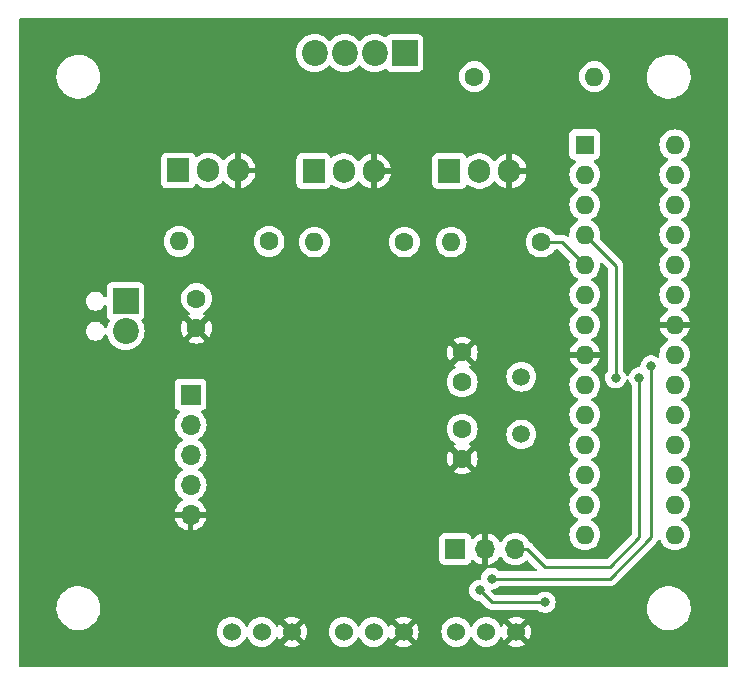
<source format=gbr>
%TF.GenerationSoftware,KiCad,Pcbnew,7.0.2*%
%TF.CreationDate,2023-06-27T07:08:14-04:00*%
%TF.ProjectId,RGB LED Controller,52474220-4c45-4442-9043-6f6e74726f6c,A*%
%TF.SameCoordinates,Original*%
%TF.FileFunction,Copper,L2,Bot*%
%TF.FilePolarity,Positive*%
%FSLAX46Y46*%
G04 Gerber Fmt 4.6, Leading zero omitted, Abs format (unit mm)*
G04 Created by KiCad (PCBNEW 7.0.2) date 2023-06-27 07:08:14*
%MOMM*%
%LPD*%
G01*
G04 APERTURE LIST*
%TA.AperFunction,ComponentPad*%
%ADD10R,1.600000X1.600000*%
%TD*%
%TA.AperFunction,ComponentPad*%
%ADD11O,1.600000X1.600000*%
%TD*%
%TA.AperFunction,ComponentPad*%
%ADD12C,1.600000*%
%TD*%
%TA.AperFunction,ComponentPad*%
%ADD13R,1.700000X1.700000*%
%TD*%
%TA.AperFunction,ComponentPad*%
%ADD14O,1.700000X1.700000*%
%TD*%
%TA.AperFunction,ComponentPad*%
%ADD15R,1.905000X2.000000*%
%TD*%
%TA.AperFunction,ComponentPad*%
%ADD16O,1.905000X2.000000*%
%TD*%
%TA.AperFunction,ComponentPad*%
%ADD17R,2.200000X2.200000*%
%TD*%
%TA.AperFunction,ComponentPad*%
%ADD18C,2.200000*%
%TD*%
%TA.AperFunction,ComponentPad*%
%ADD19C,1.524000*%
%TD*%
%TA.AperFunction,ComponentPad*%
%ADD20C,1.500000*%
%TD*%
%TA.AperFunction,ViaPad*%
%ADD21C,0.800000*%
%TD*%
%TA.AperFunction,Conductor*%
%ADD22C,0.250000*%
%TD*%
G04 APERTURE END LIST*
D10*
%TO.P,U1,1,~{RESET}/PC6*%
%TO.N,Net-(U1-~{RESET}{slash}PC6)*%
X163000000Y-84920000D03*
D11*
%TO.P,U1,2,PD0*%
%TO.N,unconnected-(U1-PD0-Pad2)*%
X163000000Y-87460000D03*
%TO.P,U1,3,PD1*%
%TO.N,unconnected-(U1-PD1-Pad3)*%
X163000000Y-90000000D03*
%TO.P,U1,4,PD2*%
%TO.N,/IR_RECV*%
X163000000Y-92540000D03*
%TO.P,U1,5,PD3*%
%TO.N,/G_PWM*%
X163000000Y-95080000D03*
%TO.P,U1,6,PD4*%
%TO.N,unconnected-(U1-PD4-Pad6)*%
X163000000Y-97620000D03*
%TO.P,U1,7,VCC*%
%TO.N,+5V*%
X163000000Y-100160000D03*
%TO.P,U1,8,GND*%
%TO.N,GND*%
X163000000Y-102700000D03*
%TO.P,U1,9,XTAL1/PB6*%
%TO.N,Net-(U1-XTAL1{slash}PB6)*%
X163000000Y-105240000D03*
%TO.P,U1,10,XTAL2/PB7*%
%TO.N,Net-(U1-XTAL2{slash}PB7)*%
X163000000Y-107780000D03*
%TO.P,U1,11,PD5*%
%TO.N,/R_PWM*%
X163000000Y-110320000D03*
%TO.P,U1,12,PD6*%
%TO.N,/B_PWM*%
X163000000Y-112860000D03*
%TO.P,U1,13,PD7*%
%TO.N,unconnected-(U1-PD7-Pad13)*%
X163000000Y-115400000D03*
%TO.P,U1,14,PB0*%
%TO.N,unconnected-(U1-PB0-Pad14)*%
X163000000Y-117940000D03*
%TO.P,U1,15,PB1*%
%TO.N,unconnected-(U1-PB1-Pad15)*%
X170620000Y-117940000D03*
%TO.P,U1,16,PB2*%
%TO.N,unconnected-(U1-PB2-Pad16)*%
X170620000Y-115400000D03*
%TO.P,U1,17,PB3*%
%TO.N,unconnected-(U1-PB3-Pad17)*%
X170620000Y-112860000D03*
%TO.P,U1,18,PB4*%
%TO.N,unconnected-(U1-PB4-Pad18)*%
X170620000Y-110320000D03*
%TO.P,U1,19,PB5*%
%TO.N,unconnected-(U1-PB5-Pad19)*%
X170620000Y-107780000D03*
%TO.P,U1,20,AVCC*%
%TO.N,+5V*%
X170620000Y-105240000D03*
%TO.P,U1,21,AREF*%
%TO.N,unconnected-(U1-AREF-Pad21)*%
X170620000Y-102700000D03*
%TO.P,U1,22,GND*%
%TO.N,GND*%
X170620000Y-100160000D03*
%TO.P,U1,23,PC0*%
%TO.N,/R_Analog*%
X170620000Y-97620000D03*
%TO.P,U1,24,PC1*%
%TO.N,/B_Analog*%
X170620000Y-95080000D03*
%TO.P,U1,25,PC2*%
%TO.N,/G_Analog*%
X170620000Y-92540000D03*
%TO.P,U1,26,PC3*%
%TO.N,unconnected-(U1-PC3-Pad26)*%
X170620000Y-90000000D03*
%TO.P,U1,27,PC4*%
%TO.N,unconnected-(U1-PC4-Pad27)*%
X170620000Y-87460000D03*
%TO.P,U1,28,PC5*%
%TO.N,unconnected-(U1-PC5-Pad28)*%
X170620000Y-84920000D03*
%TD*%
D12*
%TO.P,R1,1*%
%TO.N,/G_PWM*%
X159310000Y-93160000D03*
D11*
%TO.P,R1,2*%
%TO.N,Net-(Q3-B)*%
X151690000Y-93160000D03*
%TD*%
D12*
%TO.P,C3,1*%
%TO.N,Net-(U1-XTAL1{slash}PB6)*%
X152620000Y-105000000D03*
%TO.P,C3,2*%
%TO.N,GND*%
X152620000Y-102500000D03*
%TD*%
D13*
%TO.P,J3,1,VBUS*%
%TO.N,Net-(J3-VBUS)*%
X129620000Y-106080000D03*
D14*
%TO.P,J3,2,D-*%
%TO.N,unconnected-(J3-D--Pad2)*%
X129620000Y-108620000D03*
%TO.P,J3,3,D+*%
%TO.N,unconnected-(J3-D+-Pad3)*%
X129620000Y-111160000D03*
%TO.P,J3,4,ID*%
%TO.N,unconnected-(J3-ID-Pad4)*%
X129620000Y-113700000D03*
%TO.P,J3,5,GND*%
%TO.N,GND*%
X129620000Y-116240000D03*
%TD*%
D15*
%TO.P,Q3,1,B*%
%TO.N,Net-(Q3-B)*%
X151540000Y-87160000D03*
D16*
%TO.P,Q3,2,C*%
%TO.N,/G_LED*%
X154080000Y-87160000D03*
%TO.P,Q3,3,E*%
%TO.N,GND*%
X156620000Y-87160000D03*
%TD*%
D17*
%TO.P,J1,1,+*%
%TO.N,+5V*%
X147740000Y-77160000D03*
D18*
%TO.P,J1,2,G*%
%TO.N,/G_LED*%
X145200000Y-77160000D03*
%TO.P,J1,3,R*%
%TO.N,/R_LED*%
X142660000Y-77160000D03*
%TO.P,J1,4,B*%
%TO.N,/B_LED*%
X140120000Y-77160000D03*
%TD*%
D19*
%TO.P,RV1,1,1*%
%TO.N,GND*%
X157200000Y-126160000D03*
%TO.P,RV1,2,2*%
%TO.N,/B_Analog*%
X154660000Y-126160000D03*
%TO.P,RV1,3,3*%
%TO.N,+5V*%
X152120000Y-126160000D03*
%TD*%
%TO.P,RV2,1,1*%
%TO.N,GND*%
X147660000Y-126160000D03*
%TO.P,RV2,2,2*%
%TO.N,/G_Analog*%
X145120000Y-126160000D03*
%TO.P,RV2,3,3*%
%TO.N,+5V*%
X142580000Y-126160000D03*
%TD*%
D12*
%TO.P,R2,1*%
%TO.N,/R_PWM*%
X147730000Y-93160000D03*
D11*
%TO.P,R2,2*%
%TO.N,Net-(Q1-B)*%
X140110000Y-93160000D03*
%TD*%
D15*
%TO.P,Q1,1,B*%
%TO.N,Net-(Q1-B)*%
X140040000Y-87160000D03*
D16*
%TO.P,Q1,2,C*%
%TO.N,/R_LED*%
X142580000Y-87160000D03*
%TO.P,Q1,3,E*%
%TO.N,GND*%
X145120000Y-87160000D03*
%TD*%
D15*
%TO.P,Q2,1,B*%
%TO.N,Net-(Q2-B)*%
X128580000Y-87105000D03*
D16*
%TO.P,Q2,2,C*%
%TO.N,/B_LED*%
X131120000Y-87105000D03*
%TO.P,Q2,3,E*%
%TO.N,GND*%
X133660000Y-87105000D03*
%TD*%
D12*
%TO.P,C4,1*%
%TO.N,Net-(U1-XTAL2{slash}PB7)*%
X152620000Y-109000000D03*
%TO.P,C4,2*%
%TO.N,GND*%
X152620000Y-111500000D03*
%TD*%
D17*
%TO.P,J4,1,Pin_1*%
%TO.N,Net-(J3-VBUS)*%
X124120000Y-98160000D03*
D18*
%TO.P,J4,2,Pin_2*%
%TO.N,+5V*%
X124120000Y-100700000D03*
%TD*%
D12*
%TO.P,C2,1*%
%TO.N,Net-(J3-VBUS)*%
X130120000Y-97950000D03*
%TO.P,C2,2*%
%TO.N,GND*%
X130120000Y-100450000D03*
%TD*%
D13*
%TO.P,J2,1,Pin_1*%
%TO.N,/IR_RECV*%
X152040000Y-119160000D03*
D14*
%TO.P,J2,2,Pin_2*%
%TO.N,GND*%
X154580000Y-119160000D03*
%TO.P,J2,3,Pin_3*%
%TO.N,+5V*%
X157120000Y-119160000D03*
%TD*%
D12*
%TO.P,R4,1*%
%TO.N,+5V*%
X153660000Y-79160000D03*
D11*
%TO.P,R4,2*%
%TO.N,Net-(U1-~{RESET}{slash}PC6)*%
X163820000Y-79160000D03*
%TD*%
D12*
%TO.P,R3,1*%
%TO.N,/B_PWM*%
X136270000Y-93105000D03*
D11*
%TO.P,R3,2*%
%TO.N,Net-(Q2-B)*%
X128650000Y-93105000D03*
%TD*%
D20*
%TO.P,Y1,1,1*%
%TO.N,Net-(U1-XTAL2{slash}PB7)*%
X157620000Y-109450000D03*
%TO.P,Y1,2,2*%
%TO.N,Net-(U1-XTAL1{slash}PB6)*%
X157620000Y-104570000D03*
%TD*%
D19*
%TO.P,RV3,1,1*%
%TO.N,GND*%
X138200000Y-126160000D03*
%TO.P,RV3,2,2*%
%TO.N,/R_Analog*%
X135660000Y-126160000D03*
%TO.P,RV3,3,3*%
%TO.N,+5V*%
X133120000Y-126160000D03*
%TD*%
D21*
%TO.N,+5V*%
X167620000Y-104660000D03*
%TO.N,/IR_RECV*%
X165620000Y-104660000D03*
%TO.N,/G_Analog*%
X154120000Y-122660000D03*
X159620000Y-123660000D03*
%TO.N,/R_Analog*%
X168620000Y-103660000D03*
X155120000Y-121660000D03*
%TD*%
D22*
%TO.N,+5V*%
X158120000Y-119160000D02*
X157120000Y-119160000D01*
X167620000Y-118160000D02*
X165120000Y-120660000D01*
X165120000Y-120660000D02*
X159620000Y-120660000D01*
X167620000Y-104660000D02*
X167620000Y-118160000D01*
X159620000Y-120660000D02*
X158120000Y-119160000D01*
%TO.N,/IR_RECV*%
X165620000Y-95160000D02*
X163000000Y-92540000D01*
X165620000Y-104660000D02*
X165620000Y-95160000D01*
%TO.N,/G_PWM*%
X161080000Y-93160000D02*
X163000000Y-95080000D01*
X159310000Y-93160000D02*
X161080000Y-93160000D01*
%TO.N,/G_Analog*%
X155120000Y-123660000D02*
X154120000Y-122660000D01*
X159620000Y-123660000D02*
X155120000Y-123660000D01*
%TO.N,/R_Analog*%
X165120000Y-121660000D02*
X168620000Y-118160000D01*
X155120000Y-121660000D02*
X165120000Y-121660000D01*
X168620000Y-118160000D02*
X168620000Y-103660000D01*
%TD*%
%TA.AperFunction,Conductor*%
%TO.N,GND*%
G36*
X175062539Y-74180185D02*
G01*
X175108294Y-74232989D01*
X175119500Y-74284500D01*
X175119500Y-129035500D01*
X175099815Y-129102539D01*
X175047011Y-129148294D01*
X174995500Y-129159500D01*
X115244500Y-129159500D01*
X115177461Y-129139815D01*
X115131706Y-129087011D01*
X115120500Y-129035500D01*
X115120500Y-126160000D01*
X131852676Y-126160000D01*
X131871929Y-126380065D01*
X131929106Y-126593451D01*
X132022347Y-126793406D01*
X132022466Y-126793662D01*
X132149174Y-126974620D01*
X132305380Y-127130826D01*
X132486338Y-127257534D01*
X132686550Y-127350894D01*
X132899932Y-127408070D01*
X133120000Y-127427323D01*
X133340068Y-127408070D01*
X133553450Y-127350894D01*
X133753662Y-127257534D01*
X133934620Y-127130826D01*
X134090826Y-126974620D01*
X134217534Y-126793662D01*
X134275185Y-126670027D01*
X134277618Y-126664811D01*
X134323790Y-126612372D01*
X134390984Y-126593220D01*
X134457865Y-126613436D01*
X134502382Y-126664811D01*
X134562347Y-126793406D01*
X134562466Y-126793662D01*
X134689174Y-126974620D01*
X134845380Y-127130826D01*
X135026338Y-127257534D01*
X135226550Y-127350894D01*
X135439932Y-127408070D01*
X135660000Y-127427323D01*
X135880068Y-127408070D01*
X136093450Y-127350894D01*
X136293662Y-127257534D01*
X136474620Y-127130826D01*
X136630826Y-126974620D01*
X136757534Y-126793662D01*
X136817894Y-126664218D01*
X136864066Y-126611779D01*
X136931259Y-126592627D01*
X136998141Y-126612842D01*
X137042658Y-126664219D01*
X137102898Y-126793406D01*
X137148258Y-126858187D01*
X137815096Y-126191349D01*
X137815051Y-126191898D01*
X137846266Y-126315162D01*
X137915813Y-126421612D01*
X138016157Y-126499713D01*
X138136422Y-126541000D01*
X138172553Y-126541000D01*
X137501812Y-127211740D01*
X137566593Y-127257101D01*
X137766718Y-127350420D01*
X137980021Y-127407575D01*
X138199999Y-127426821D01*
X138419978Y-127407575D01*
X138633281Y-127350420D01*
X138833408Y-127257100D01*
X138898187Y-127211740D01*
X138227448Y-126541000D01*
X138231569Y-126541000D01*
X138325421Y-126525339D01*
X138437251Y-126464820D01*
X138523371Y-126371269D01*
X138574448Y-126254823D01*
X138580105Y-126186551D01*
X139251740Y-126858186D01*
X139297100Y-126793408D01*
X139390420Y-126593281D01*
X139447575Y-126379978D01*
X139466821Y-126160000D01*
X141312676Y-126160000D01*
X141331929Y-126380065D01*
X141389106Y-126593451D01*
X141482347Y-126793406D01*
X141482466Y-126793662D01*
X141609174Y-126974620D01*
X141765380Y-127130826D01*
X141946338Y-127257534D01*
X142146550Y-127350894D01*
X142359932Y-127408070D01*
X142506643Y-127420905D01*
X142579999Y-127427323D01*
X142579999Y-127427322D01*
X142580000Y-127427323D01*
X142800068Y-127408070D01*
X143013450Y-127350894D01*
X143213662Y-127257534D01*
X143394620Y-127130826D01*
X143550826Y-126974620D01*
X143677534Y-126793662D01*
X143735185Y-126670027D01*
X143737618Y-126664811D01*
X143783790Y-126612372D01*
X143850984Y-126593220D01*
X143917865Y-126613436D01*
X143962382Y-126664811D01*
X144022347Y-126793406D01*
X144022466Y-126793662D01*
X144149174Y-126974620D01*
X144305380Y-127130826D01*
X144486338Y-127257534D01*
X144686550Y-127350894D01*
X144899932Y-127408070D01*
X145120000Y-127427323D01*
X145340068Y-127408070D01*
X145553450Y-127350894D01*
X145753662Y-127257534D01*
X145934620Y-127130826D01*
X146090826Y-126974620D01*
X146217534Y-126793662D01*
X146277894Y-126664218D01*
X146324066Y-126611779D01*
X146391259Y-126592627D01*
X146458141Y-126612842D01*
X146502658Y-126664219D01*
X146562898Y-126793406D01*
X146608258Y-126858187D01*
X147275096Y-126191349D01*
X147275051Y-126191898D01*
X147306266Y-126315162D01*
X147375813Y-126421612D01*
X147476157Y-126499713D01*
X147596422Y-126541000D01*
X147632553Y-126541000D01*
X146961812Y-127211740D01*
X147026593Y-127257101D01*
X147226718Y-127350420D01*
X147440021Y-127407575D01*
X147659999Y-127426821D01*
X147879978Y-127407575D01*
X148093281Y-127350420D01*
X148293408Y-127257100D01*
X148358187Y-127211740D01*
X147687448Y-126541000D01*
X147691569Y-126541000D01*
X147785421Y-126525339D01*
X147897251Y-126464820D01*
X147983371Y-126371269D01*
X148034448Y-126254823D01*
X148040105Y-126186551D01*
X148711740Y-126858186D01*
X148757100Y-126793408D01*
X148850420Y-126593281D01*
X148907575Y-126379978D01*
X148926821Y-126160000D01*
X150852676Y-126160000D01*
X150871929Y-126380065D01*
X150929106Y-126593451D01*
X151022347Y-126793406D01*
X151022466Y-126793662D01*
X151149174Y-126974620D01*
X151305380Y-127130826D01*
X151486338Y-127257534D01*
X151686550Y-127350894D01*
X151899932Y-127408070D01*
X152120000Y-127427323D01*
X152340068Y-127408070D01*
X152553450Y-127350894D01*
X152753662Y-127257534D01*
X152934620Y-127130826D01*
X153090826Y-126974620D01*
X153217534Y-126793662D01*
X153277618Y-126664810D01*
X153323789Y-126612372D01*
X153390982Y-126593220D01*
X153457863Y-126613435D01*
X153502381Y-126664811D01*
X153562347Y-126793406D01*
X153562466Y-126793662D01*
X153689174Y-126974620D01*
X153845380Y-127130826D01*
X154026338Y-127257534D01*
X154226550Y-127350894D01*
X154439932Y-127408070D01*
X154586644Y-127420905D01*
X154659999Y-127427323D01*
X154659999Y-127427322D01*
X154660000Y-127427323D01*
X154880068Y-127408070D01*
X155093450Y-127350894D01*
X155293662Y-127257534D01*
X155474620Y-127130826D01*
X155630826Y-126974620D01*
X155757534Y-126793662D01*
X155817894Y-126664218D01*
X155864066Y-126611779D01*
X155931259Y-126592627D01*
X155998141Y-126612842D01*
X156042658Y-126664219D01*
X156102898Y-126793406D01*
X156148258Y-126858187D01*
X156815096Y-126191348D01*
X156815051Y-126191898D01*
X156846266Y-126315162D01*
X156915813Y-126421612D01*
X157016157Y-126499713D01*
X157136422Y-126541000D01*
X157172553Y-126541000D01*
X156501812Y-127211740D01*
X156566593Y-127257101D01*
X156766718Y-127350420D01*
X156980021Y-127407575D01*
X157200000Y-127426821D01*
X157419978Y-127407575D01*
X157633281Y-127350420D01*
X157833408Y-127257100D01*
X157898187Y-127211740D01*
X157227448Y-126541000D01*
X157231569Y-126541000D01*
X157325421Y-126525339D01*
X157437251Y-126464820D01*
X157523371Y-126371269D01*
X157574448Y-126254823D01*
X157580105Y-126186552D01*
X158251740Y-126858186D01*
X158297100Y-126793408D01*
X158390420Y-126593281D01*
X158447575Y-126379978D01*
X158466821Y-126160000D01*
X158447575Y-125940021D01*
X158390421Y-125726720D01*
X158297098Y-125526589D01*
X158251740Y-125461811D01*
X157584903Y-126128648D01*
X157584949Y-126128102D01*
X157553734Y-126004838D01*
X157484187Y-125898388D01*
X157383843Y-125820287D01*
X157263578Y-125779000D01*
X157227447Y-125779000D01*
X157898187Y-125108258D01*
X157833406Y-125062898D01*
X157633281Y-124969579D01*
X157419978Y-124912424D01*
X157200000Y-124893178D01*
X156980021Y-124912424D01*
X156766719Y-124969578D01*
X156566589Y-125062900D01*
X156501812Y-125108258D01*
X156501811Y-125108258D01*
X157172554Y-125779000D01*
X157168431Y-125779000D01*
X157074579Y-125794661D01*
X156962749Y-125855180D01*
X156876629Y-125948731D01*
X156825552Y-126065177D01*
X156819894Y-126133446D01*
X156148258Y-125461812D01*
X156102900Y-125526590D01*
X156042657Y-125655781D01*
X155996484Y-125708220D01*
X155929291Y-125727372D01*
X155862409Y-125707156D01*
X155817893Y-125655780D01*
X155817617Y-125655189D01*
X155757534Y-125526339D01*
X155630826Y-125345380D01*
X155474620Y-125189174D01*
X155293662Y-125062466D01*
X155093451Y-124969106D01*
X154880065Y-124911929D01*
X154660000Y-124892676D01*
X154439934Y-124911929D01*
X154226548Y-124969106D01*
X154026338Y-125062466D01*
X153845379Y-125189174D01*
X153689174Y-125345379D01*
X153562466Y-125526338D01*
X153502382Y-125655189D01*
X153456209Y-125707628D01*
X153389016Y-125726780D01*
X153322135Y-125706564D01*
X153277618Y-125655189D01*
X153260744Y-125619004D01*
X153217534Y-125526339D01*
X153090826Y-125345380D01*
X152934620Y-125189174D01*
X152753662Y-125062466D01*
X152553451Y-124969106D01*
X152340065Y-124911929D01*
X152120000Y-124892676D01*
X151899934Y-124911929D01*
X151686548Y-124969106D01*
X151486338Y-125062466D01*
X151305379Y-125189174D01*
X151149174Y-125345379D01*
X151022466Y-125526338D01*
X150929106Y-125726548D01*
X150871929Y-125939934D01*
X150852676Y-126160000D01*
X148926821Y-126160000D01*
X148926821Y-126159999D01*
X148907575Y-125940021D01*
X148850421Y-125726720D01*
X148757098Y-125526589D01*
X148711740Y-125461811D01*
X148044903Y-126128647D01*
X148044949Y-126128102D01*
X148013734Y-126004838D01*
X147944187Y-125898388D01*
X147843843Y-125820287D01*
X147723578Y-125779000D01*
X147687447Y-125779000D01*
X148358187Y-125108258D01*
X148293406Y-125062898D01*
X148093281Y-124969579D01*
X147879978Y-124912424D01*
X147659999Y-124893178D01*
X147440021Y-124912424D01*
X147226719Y-124969578D01*
X147026589Y-125062900D01*
X146961812Y-125108258D01*
X146961811Y-125108258D01*
X147632554Y-125779000D01*
X147628431Y-125779000D01*
X147534579Y-125794661D01*
X147422749Y-125855180D01*
X147336629Y-125948731D01*
X147285552Y-126065177D01*
X147279894Y-126133447D01*
X146608258Y-125461811D01*
X146608258Y-125461812D01*
X146562900Y-125526590D01*
X146502657Y-125655781D01*
X146456484Y-125708220D01*
X146389291Y-125727372D01*
X146322409Y-125707156D01*
X146277893Y-125655780D01*
X146277617Y-125655189D01*
X146217534Y-125526339D01*
X146090826Y-125345380D01*
X145934620Y-125189174D01*
X145753662Y-125062466D01*
X145553451Y-124969106D01*
X145340065Y-124911929D01*
X145120000Y-124892676D01*
X144899934Y-124911929D01*
X144686548Y-124969106D01*
X144486338Y-125062466D01*
X144305379Y-125189174D01*
X144149174Y-125345379D01*
X144022466Y-125526338D01*
X143962382Y-125655189D01*
X143916209Y-125707628D01*
X143849016Y-125726780D01*
X143782135Y-125706564D01*
X143737618Y-125655189D01*
X143720744Y-125619004D01*
X143677534Y-125526339D01*
X143550826Y-125345380D01*
X143394620Y-125189174D01*
X143213662Y-125062466D01*
X143213661Y-125062466D01*
X143013451Y-124969106D01*
X142800065Y-124911929D01*
X142580000Y-124892676D01*
X142359934Y-124911929D01*
X142146548Y-124969106D01*
X141946338Y-125062466D01*
X141765379Y-125189174D01*
X141609174Y-125345379D01*
X141482466Y-125526338D01*
X141389106Y-125726548D01*
X141331929Y-125939934D01*
X141312676Y-126160000D01*
X139466821Y-126160000D01*
X139447575Y-125940021D01*
X139390421Y-125726720D01*
X139297098Y-125526589D01*
X139251740Y-125461811D01*
X138584903Y-126128647D01*
X138584949Y-126128102D01*
X138553734Y-126004838D01*
X138484187Y-125898388D01*
X138383843Y-125820287D01*
X138263578Y-125779000D01*
X138227447Y-125779000D01*
X138898187Y-125108258D01*
X138833406Y-125062898D01*
X138633281Y-124969579D01*
X138419978Y-124912424D01*
X138199999Y-124893178D01*
X137980021Y-124912424D01*
X137766719Y-124969578D01*
X137566589Y-125062900D01*
X137501812Y-125108258D01*
X137501811Y-125108258D01*
X138172554Y-125779000D01*
X138168431Y-125779000D01*
X138074579Y-125794661D01*
X137962749Y-125855180D01*
X137876629Y-125948731D01*
X137825552Y-126065177D01*
X137819894Y-126133446D01*
X137148258Y-125461812D01*
X137102900Y-125526590D01*
X137042657Y-125655781D01*
X136996484Y-125708220D01*
X136929291Y-125727372D01*
X136862409Y-125707156D01*
X136817893Y-125655780D01*
X136817617Y-125655189D01*
X136757534Y-125526339D01*
X136630826Y-125345380D01*
X136474620Y-125189174D01*
X136293662Y-125062466D01*
X136293661Y-125062466D01*
X136093451Y-124969106D01*
X135880065Y-124911929D01*
X135659999Y-124892676D01*
X135439934Y-124911929D01*
X135226548Y-124969106D01*
X135026338Y-125062466D01*
X134845379Y-125189174D01*
X134689174Y-125345379D01*
X134562466Y-125526338D01*
X134502382Y-125655189D01*
X134456209Y-125707628D01*
X134389016Y-125726780D01*
X134322135Y-125706564D01*
X134277618Y-125655189D01*
X134260744Y-125619004D01*
X134217534Y-125526339D01*
X134090826Y-125345380D01*
X133934620Y-125189174D01*
X133753662Y-125062466D01*
X133753661Y-125062466D01*
X133553451Y-124969106D01*
X133340065Y-124911929D01*
X133120000Y-124892676D01*
X132899934Y-124911929D01*
X132686548Y-124969106D01*
X132486338Y-125062466D01*
X132305379Y-125189174D01*
X132149174Y-125345379D01*
X132022466Y-125526338D01*
X131929106Y-125726548D01*
X131871929Y-125939934D01*
X131852676Y-126160000D01*
X115120500Y-126160000D01*
X115120500Y-124227764D01*
X118265787Y-124227764D01*
X118295413Y-124497016D01*
X118295414Y-124497018D01*
X118363928Y-124759088D01*
X118428879Y-124911930D01*
X118469871Y-125008392D01*
X118610982Y-125239611D01*
X118700253Y-125346881D01*
X118784255Y-125447820D01*
X118985998Y-125628582D01*
X119211910Y-125778044D01*
X119318211Y-125827876D01*
X119457177Y-125893021D01*
X119716562Y-125971058D01*
X119716569Y-125971060D01*
X119984561Y-126010500D01*
X119984564Y-126010500D01*
X120185369Y-126010500D01*
X120187631Y-126010500D01*
X120390156Y-125995677D01*
X120654553Y-125936780D01*
X120907558Y-125840014D01*
X121143777Y-125707441D01*
X121358177Y-125541888D01*
X121546186Y-125346881D01*
X121703799Y-125126579D01*
X121827656Y-124885675D01*
X121915118Y-124629305D01*
X121964319Y-124362933D01*
X121974212Y-124092235D01*
X121944586Y-123822982D01*
X121876072Y-123560912D01*
X121770130Y-123311610D01*
X121629018Y-123080390D01*
X121629017Y-123080388D01*
X121455746Y-122872181D01*
X121350759Y-122778112D01*
X121254002Y-122691418D01*
X121028090Y-122541956D01*
X121028086Y-122541954D01*
X120782822Y-122426978D01*
X120523437Y-122348941D01*
X120523431Y-122348940D01*
X120255439Y-122309500D01*
X120052369Y-122309500D01*
X120050120Y-122309664D01*
X120050109Y-122309665D01*
X119849843Y-122324322D01*
X119585449Y-122383219D01*
X119332441Y-122479986D01*
X119096223Y-122612559D01*
X118881825Y-122778109D01*
X118693813Y-122973120D01*
X118536201Y-123193420D01*
X118412342Y-123434329D01*
X118324881Y-123690695D01*
X118275680Y-123957066D01*
X118265787Y-124227764D01*
X115120500Y-124227764D01*
X115120500Y-120054578D01*
X150689500Y-120054578D01*
X150689501Y-120057872D01*
X150695909Y-120117483D01*
X150746204Y-120252331D01*
X150832454Y-120367546D01*
X150947669Y-120453796D01*
X151082517Y-120504091D01*
X151142127Y-120510500D01*
X152937872Y-120510499D01*
X152997483Y-120504091D01*
X153132331Y-120453796D01*
X153247546Y-120367546D01*
X153333796Y-120252331D01*
X153383003Y-120120399D01*
X153424873Y-120064467D01*
X153490337Y-120040050D01*
X153558610Y-120054901D01*
X153586865Y-120076053D01*
X153708918Y-120198106D01*
X153902423Y-120333600D01*
X154116509Y-120433430D01*
X154330000Y-120490634D01*
X154330000Y-119595501D01*
X154437685Y-119644680D01*
X154544237Y-119660000D01*
X154615763Y-119660000D01*
X154722315Y-119644680D01*
X154830000Y-119595501D01*
X154830000Y-120490633D01*
X155043490Y-120433430D01*
X155257576Y-120333600D01*
X155451081Y-120198106D01*
X155618109Y-120031078D01*
X155748119Y-119845405D01*
X155802696Y-119801780D01*
X155872194Y-119794586D01*
X155934549Y-119826109D01*
X155951265Y-119845400D01*
X156081505Y-120031401D01*
X156248599Y-120198495D01*
X156442170Y-120334035D01*
X156656337Y-120433903D01*
X156884592Y-120495063D01*
X157120000Y-120515659D01*
X157355408Y-120495063D01*
X157583663Y-120433903D01*
X157797830Y-120334035D01*
X157991401Y-120198495D01*
X158044973Y-120144922D01*
X158106293Y-120111439D01*
X158175985Y-120116423D01*
X158220333Y-120144924D01*
X158898228Y-120822819D01*
X158931713Y-120884142D01*
X158926729Y-120953834D01*
X158884857Y-121009767D01*
X158819393Y-121034184D01*
X158810547Y-121034500D01*
X155823747Y-121034500D01*
X155756708Y-121014815D01*
X155731599Y-120993473D01*
X155725871Y-120987112D01*
X155572730Y-120875849D01*
X155572729Y-120875848D01*
X155572727Y-120875847D01*
X155399802Y-120798855D01*
X155214648Y-120759500D01*
X155214646Y-120759500D01*
X155025354Y-120759500D01*
X155025352Y-120759500D01*
X154840197Y-120798855D01*
X154667269Y-120875848D01*
X154514129Y-120987110D01*
X154387466Y-121127783D01*
X154292820Y-121291715D01*
X154234326Y-121471742D01*
X154215753Y-121648461D01*
X154189168Y-121713076D01*
X154131871Y-121753061D01*
X154092432Y-121759500D01*
X154025352Y-121759500D01*
X153840197Y-121798855D01*
X153667269Y-121875848D01*
X153514129Y-121987110D01*
X153387466Y-122127783D01*
X153292820Y-122291715D01*
X153234326Y-122471742D01*
X153214540Y-122660000D01*
X153234326Y-122848257D01*
X153292820Y-123028284D01*
X153387466Y-123192216D01*
X153514129Y-123332889D01*
X153667269Y-123444151D01*
X153840197Y-123521144D01*
X154025352Y-123560500D01*
X154025354Y-123560500D01*
X154084548Y-123560500D01*
X154151587Y-123580185D01*
X154172229Y-123596819D01*
X154619197Y-124043787D01*
X154632098Y-124059889D01*
X154634212Y-124061874D01*
X154634214Y-124061877D01*
X154666542Y-124092235D01*
X154683240Y-124107916D01*
X154686036Y-124110626D01*
X154705530Y-124130120D01*
X154708615Y-124132513D01*
X154708701Y-124132580D01*
X154717573Y-124140158D01*
X154749418Y-124170062D01*
X154766974Y-124179714D01*
X154783231Y-124190392D01*
X154799064Y-124202674D01*
X154815185Y-124209649D01*
X154839156Y-124220023D01*
X154849643Y-124225160D01*
X154887908Y-124246197D01*
X154907316Y-124251180D01*
X154925710Y-124257478D01*
X154944105Y-124265438D01*
X154987254Y-124272271D01*
X154998680Y-124274638D01*
X155014222Y-124278629D01*
X155040980Y-124285500D01*
X155040981Y-124285500D01*
X155061016Y-124285500D01*
X155080413Y-124287026D01*
X155100196Y-124290160D01*
X155143674Y-124286050D01*
X155155344Y-124285500D01*
X158916253Y-124285500D01*
X158983292Y-124305185D01*
X159008400Y-124326526D01*
X159014129Y-124332888D01*
X159167270Y-124444151D01*
X159167271Y-124444151D01*
X159167272Y-124444152D01*
X159340197Y-124521144D01*
X159525352Y-124560500D01*
X159525354Y-124560500D01*
X159714648Y-124560500D01*
X159838084Y-124534262D01*
X159899803Y-124521144D01*
X160072730Y-124444151D01*
X160072729Y-124444150D01*
X160225870Y-124332889D01*
X160231598Y-124326528D01*
X160320525Y-124227764D01*
X168265787Y-124227764D01*
X168295413Y-124497016D01*
X168295414Y-124497018D01*
X168363928Y-124759088D01*
X168428879Y-124911930D01*
X168469871Y-125008392D01*
X168610982Y-125239611D01*
X168700253Y-125346881D01*
X168784255Y-125447820D01*
X168985998Y-125628582D01*
X169211910Y-125778044D01*
X169318211Y-125827876D01*
X169457177Y-125893021D01*
X169716562Y-125971058D01*
X169716569Y-125971060D01*
X169984561Y-126010500D01*
X169984564Y-126010500D01*
X170185369Y-126010500D01*
X170187631Y-126010500D01*
X170390156Y-125995677D01*
X170654553Y-125936780D01*
X170907558Y-125840014D01*
X171143777Y-125707441D01*
X171358177Y-125541888D01*
X171546186Y-125346881D01*
X171703799Y-125126579D01*
X171827656Y-124885675D01*
X171915118Y-124629305D01*
X171964319Y-124362933D01*
X171974212Y-124092235D01*
X171944586Y-123822982D01*
X171876072Y-123560912D01*
X171770130Y-123311610D01*
X171629018Y-123080390D01*
X171629017Y-123080388D01*
X171455746Y-122872181D01*
X171350759Y-122778112D01*
X171254002Y-122691418D01*
X171028090Y-122541956D01*
X171028086Y-122541954D01*
X170782822Y-122426978D01*
X170523437Y-122348941D01*
X170523431Y-122348940D01*
X170255439Y-122309500D01*
X170052369Y-122309500D01*
X170050120Y-122309664D01*
X170050109Y-122309665D01*
X169849843Y-122324322D01*
X169585449Y-122383219D01*
X169332441Y-122479986D01*
X169096223Y-122612559D01*
X168881825Y-122778109D01*
X168693813Y-122973120D01*
X168536201Y-123193420D01*
X168412342Y-123434329D01*
X168324881Y-123690695D01*
X168275680Y-123957066D01*
X168265787Y-124227764D01*
X160320525Y-124227764D01*
X160352533Y-124192216D01*
X160447179Y-124028284D01*
X160505674Y-123848256D01*
X160525460Y-123660000D01*
X160505674Y-123471744D01*
X160447179Y-123291716D01*
X160447179Y-123291715D01*
X160352533Y-123127783D01*
X160225870Y-122987110D01*
X160072730Y-122875848D01*
X159899802Y-122798855D01*
X159714648Y-122759500D01*
X159714646Y-122759500D01*
X159525354Y-122759500D01*
X159525352Y-122759500D01*
X159340197Y-122798855D01*
X159167272Y-122875847D01*
X159065175Y-122950024D01*
X159014129Y-122987112D01*
X159008401Y-122993472D01*
X158948916Y-123030121D01*
X158916253Y-123034500D01*
X155430452Y-123034500D01*
X155363413Y-123014815D01*
X155342771Y-122998181D01*
X155116772Y-122772181D01*
X155083287Y-122710858D01*
X155088271Y-122641166D01*
X155130143Y-122585233D01*
X155195607Y-122560816D01*
X155204453Y-122560500D01*
X155214648Y-122560500D01*
X155338083Y-122534262D01*
X155399803Y-122521144D01*
X155572730Y-122444151D01*
X155725871Y-122332888D01*
X155731598Y-122326527D01*
X155791084Y-122289879D01*
X155823747Y-122285500D01*
X165037256Y-122285500D01*
X165057762Y-122287764D01*
X165060665Y-122287672D01*
X165060667Y-122287673D01*
X165127872Y-122285561D01*
X165131768Y-122285500D01*
X165155448Y-122285500D01*
X165159350Y-122285500D01*
X165163313Y-122284999D01*
X165174962Y-122284080D01*
X165218627Y-122282709D01*
X165237859Y-122277120D01*
X165256918Y-122273174D01*
X165263196Y-122272381D01*
X165276792Y-122270664D01*
X165317407Y-122254582D01*
X165328444Y-122250803D01*
X165370390Y-122238618D01*
X165387629Y-122228422D01*
X165405102Y-122219862D01*
X165423732Y-122212486D01*
X165459064Y-122186814D01*
X165468830Y-122180400D01*
X165506418Y-122158171D01*
X165506417Y-122158171D01*
X165506420Y-122158170D01*
X165520585Y-122144004D01*
X165535373Y-122131373D01*
X165551587Y-122119594D01*
X165579438Y-122085926D01*
X165587279Y-122077309D01*
X169003789Y-118660800D01*
X169019885Y-118647906D01*
X169021873Y-118645787D01*
X169021877Y-118645786D01*
X169067949Y-118596723D01*
X169070534Y-118594055D01*
X169090120Y-118574471D01*
X169092585Y-118571292D01*
X169100167Y-118562416D01*
X169130062Y-118530582D01*
X169139717Y-118513018D01*
X169150394Y-118496764D01*
X169162673Y-118480936D01*
X169180018Y-118440852D01*
X169185159Y-118430358D01*
X169191074Y-118419599D01*
X169240621Y-118370336D01*
X169308936Y-118355680D01*
X169374330Y-118380285D01*
X169412117Y-118426933D01*
X169489432Y-118592735D01*
X169619953Y-118779140D01*
X169780859Y-118940046D01*
X169967264Y-119070567D01*
X169967265Y-119070567D01*
X169967266Y-119070568D01*
X170173504Y-119166739D01*
X170393308Y-119225635D01*
X170620000Y-119245468D01*
X170846692Y-119225635D01*
X171066496Y-119166739D01*
X171272734Y-119070568D01*
X171459139Y-118940047D01*
X171620047Y-118779139D01*
X171750568Y-118592734D01*
X171846739Y-118386496D01*
X171905635Y-118166692D01*
X171925468Y-117940000D01*
X171925225Y-117937228D01*
X171905635Y-117713310D01*
X171905635Y-117713308D01*
X171846739Y-117493504D01*
X171750568Y-117287266D01*
X171744155Y-117278106D01*
X171620046Y-117100859D01*
X171459140Y-116939953D01*
X171272733Y-116809431D01*
X171214725Y-116782382D01*
X171162285Y-116736210D01*
X171143133Y-116669017D01*
X171163348Y-116602135D01*
X171214725Y-116557618D01*
X171272734Y-116530568D01*
X171459139Y-116400047D01*
X171620047Y-116239139D01*
X171750568Y-116052734D01*
X171846739Y-115846496D01*
X171905635Y-115626692D01*
X171925468Y-115400000D01*
X171905635Y-115173308D01*
X171846739Y-114953504D01*
X171750568Y-114747266D01*
X171627430Y-114571404D01*
X171620046Y-114560859D01*
X171459140Y-114399953D01*
X171272733Y-114269431D01*
X171214725Y-114242382D01*
X171162285Y-114196210D01*
X171143133Y-114129017D01*
X171163348Y-114062135D01*
X171214725Y-114017618D01*
X171272734Y-113990568D01*
X171459139Y-113860047D01*
X171620047Y-113699139D01*
X171750568Y-113512734D01*
X171846739Y-113306496D01*
X171905635Y-113086692D01*
X171925468Y-112860000D01*
X171905635Y-112633308D01*
X171846739Y-112413504D01*
X171750568Y-112207266D01*
X171744426Y-112198493D01*
X171620046Y-112020859D01*
X171459140Y-111859953D01*
X171272733Y-111729431D01*
X171214725Y-111702382D01*
X171162285Y-111656210D01*
X171143133Y-111589017D01*
X171163348Y-111522135D01*
X171214725Y-111477618D01*
X171272734Y-111450568D01*
X171459139Y-111320047D01*
X171620047Y-111159139D01*
X171750568Y-110972734D01*
X171846739Y-110766496D01*
X171905635Y-110546692D01*
X171925468Y-110320000D01*
X171905635Y-110093308D01*
X171846739Y-109873504D01*
X171750568Y-109667266D01*
X171740394Y-109652735D01*
X171620046Y-109480859D01*
X171459140Y-109319953D01*
X171272733Y-109189431D01*
X171214725Y-109162382D01*
X171162285Y-109116210D01*
X171143133Y-109049017D01*
X171163348Y-108982135D01*
X171214725Y-108937618D01*
X171272734Y-108910568D01*
X171459139Y-108780047D01*
X171620047Y-108619139D01*
X171750568Y-108432734D01*
X171846739Y-108226496D01*
X171905635Y-108006692D01*
X171925468Y-107780000D01*
X171905635Y-107553308D01*
X171846739Y-107333504D01*
X171750568Y-107127266D01*
X171645963Y-106977872D01*
X171620046Y-106940859D01*
X171459140Y-106779953D01*
X171272733Y-106649431D01*
X171214725Y-106622382D01*
X171162285Y-106576210D01*
X171143133Y-106509017D01*
X171163348Y-106442135D01*
X171214725Y-106397618D01*
X171272734Y-106370568D01*
X171459139Y-106240047D01*
X171620047Y-106079139D01*
X171750568Y-105892734D01*
X171846739Y-105686496D01*
X171905635Y-105466692D01*
X171925468Y-105240000D01*
X171905635Y-105013308D01*
X171846739Y-104793504D01*
X171750568Y-104587266D01*
X171738479Y-104570000D01*
X171620046Y-104400859D01*
X171459140Y-104239953D01*
X171272733Y-104109431D01*
X171214725Y-104082382D01*
X171162285Y-104036210D01*
X171143133Y-103969017D01*
X171163348Y-103902135D01*
X171214725Y-103857618D01*
X171215317Y-103857342D01*
X171272734Y-103830568D01*
X171459139Y-103700047D01*
X171620047Y-103539139D01*
X171750568Y-103352734D01*
X171846739Y-103146496D01*
X171905635Y-102926692D01*
X171925468Y-102700000D01*
X171905635Y-102473308D01*
X171846739Y-102253504D01*
X171750568Y-102047266D01*
X171716658Y-101998836D01*
X171620046Y-101860859D01*
X171459140Y-101699953D01*
X171272736Y-101569433D01*
X171215315Y-101542657D01*
X171214132Y-101542105D01*
X171161695Y-101495933D01*
X171142543Y-101428739D01*
X171162759Y-101361858D01*
X171214135Y-101317342D01*
X171272479Y-101290135D01*
X171458819Y-101159658D01*
X171619658Y-100998819D01*
X171750134Y-100812480D01*
X171846266Y-100606326D01*
X171898872Y-100410000D01*
X170935686Y-100410000D01*
X170947641Y-100398045D01*
X171005165Y-100285148D01*
X171024986Y-100160000D01*
X171005165Y-100034852D01*
X170947641Y-99921955D01*
X170935686Y-99910000D01*
X171898872Y-99910000D01*
X171898871Y-99909999D01*
X171846266Y-99713673D01*
X171750134Y-99507519D01*
X171619658Y-99321180D01*
X171458819Y-99160341D01*
X171272482Y-99029866D01*
X171214133Y-99002657D01*
X171161694Y-98956484D01*
X171142543Y-98889290D01*
X171162759Y-98822409D01*
X171214134Y-98777893D01*
X171272734Y-98750568D01*
X171459139Y-98620047D01*
X171620047Y-98459139D01*
X171750568Y-98272734D01*
X171846739Y-98066496D01*
X171905635Y-97846692D01*
X171925468Y-97620000D01*
X171905635Y-97393308D01*
X171846739Y-97173504D01*
X171750568Y-96967266D01*
X171740240Y-96952515D01*
X171620046Y-96780859D01*
X171459140Y-96619953D01*
X171272733Y-96489431D01*
X171214725Y-96462382D01*
X171162285Y-96416210D01*
X171143133Y-96349017D01*
X171163348Y-96282135D01*
X171214725Y-96237618D01*
X171272734Y-96210568D01*
X171459139Y-96080047D01*
X171620047Y-95919139D01*
X171750568Y-95732734D01*
X171846739Y-95526496D01*
X171905635Y-95306692D01*
X171925468Y-95080000D01*
X171921609Y-95035897D01*
X171918749Y-95003207D01*
X171905635Y-94853308D01*
X171846739Y-94633504D01*
X171750568Y-94427266D01*
X171722191Y-94386738D01*
X171620046Y-94240859D01*
X171459140Y-94079953D01*
X171272733Y-93949431D01*
X171214725Y-93922382D01*
X171162285Y-93876210D01*
X171143133Y-93809017D01*
X171163348Y-93742135D01*
X171214725Y-93697618D01*
X171272734Y-93670568D01*
X171459139Y-93540047D01*
X171620047Y-93379139D01*
X171750568Y-93192734D01*
X171846739Y-92986496D01*
X171905635Y-92766692D01*
X171925468Y-92540000D01*
X171905635Y-92313308D01*
X171846739Y-92093504D01*
X171750568Y-91887266D01*
X171620047Y-91700861D01*
X171620046Y-91700859D01*
X171459140Y-91539953D01*
X171272733Y-91409431D01*
X171214725Y-91382382D01*
X171162285Y-91336210D01*
X171143133Y-91269017D01*
X171163348Y-91202135D01*
X171214725Y-91157618D01*
X171272734Y-91130568D01*
X171459139Y-91000047D01*
X171620047Y-90839139D01*
X171750568Y-90652734D01*
X171846739Y-90446496D01*
X171905635Y-90226692D01*
X171925468Y-90000000D01*
X171905635Y-89773308D01*
X171846739Y-89553504D01*
X171750568Y-89347266D01*
X171620047Y-89160861D01*
X171620046Y-89160859D01*
X171459140Y-88999953D01*
X171272733Y-88869431D01*
X171214725Y-88842382D01*
X171162285Y-88796210D01*
X171143133Y-88729017D01*
X171163348Y-88662135D01*
X171214725Y-88617618D01*
X171240712Y-88605500D01*
X171272734Y-88590568D01*
X171459139Y-88460047D01*
X171620047Y-88299139D01*
X171750568Y-88112734D01*
X171846739Y-87906496D01*
X171905635Y-87686692D01*
X171925468Y-87460000D01*
X171905635Y-87233308D01*
X171846739Y-87013504D01*
X171750568Y-86807266D01*
X171632815Y-86639095D01*
X171620046Y-86620859D01*
X171459140Y-86459953D01*
X171272733Y-86329431D01*
X171214725Y-86302382D01*
X171162285Y-86256210D01*
X171143133Y-86189017D01*
X171163348Y-86122135D01*
X171214725Y-86077618D01*
X171272734Y-86050568D01*
X171459139Y-85920047D01*
X171620047Y-85759139D01*
X171750568Y-85572734D01*
X171846739Y-85366496D01*
X171905635Y-85146692D01*
X171925468Y-84920000D01*
X171905635Y-84693308D01*
X171846739Y-84473504D01*
X171750568Y-84267266D01*
X171620047Y-84080861D01*
X171620046Y-84080859D01*
X171459140Y-83919953D01*
X171272735Y-83789432D01*
X171066497Y-83693261D01*
X170846689Y-83634364D01*
X170619999Y-83614531D01*
X170393310Y-83634364D01*
X170173502Y-83693261D01*
X169967264Y-83789432D01*
X169780859Y-83919953D01*
X169619953Y-84080859D01*
X169489432Y-84267264D01*
X169393261Y-84473502D01*
X169334364Y-84693310D01*
X169314531Y-84919999D01*
X169334364Y-85146689D01*
X169393261Y-85366497D01*
X169489432Y-85572735D01*
X169619953Y-85759140D01*
X169780859Y-85920046D01*
X169951929Y-86039829D01*
X169967266Y-86050568D01*
X170025275Y-86077618D01*
X170077714Y-86123791D01*
X170096865Y-86190985D01*
X170076649Y-86257866D01*
X170025275Y-86302382D01*
X169967263Y-86329433D01*
X169780859Y-86459953D01*
X169619953Y-86620859D01*
X169489432Y-86807264D01*
X169393261Y-87013502D01*
X169334364Y-87233310D01*
X169314531Y-87459999D01*
X169334364Y-87686689D01*
X169393261Y-87906497D01*
X169489432Y-88112735D01*
X169619953Y-88299140D01*
X169780859Y-88460046D01*
X169956980Y-88583366D01*
X169967266Y-88590568D01*
X169999288Y-88605500D01*
X170025275Y-88617618D01*
X170077714Y-88663791D01*
X170096865Y-88730985D01*
X170076649Y-88797866D01*
X170025275Y-88842382D01*
X169967263Y-88869433D01*
X169780859Y-88999953D01*
X169619953Y-89160859D01*
X169489432Y-89347264D01*
X169393261Y-89553502D01*
X169334364Y-89773310D01*
X169314531Y-90000000D01*
X169334364Y-90226689D01*
X169393261Y-90446497D01*
X169489432Y-90652735D01*
X169619953Y-90839140D01*
X169780859Y-91000046D01*
X169967263Y-91130566D01*
X169967266Y-91130568D01*
X170025275Y-91157618D01*
X170077714Y-91203791D01*
X170096865Y-91270985D01*
X170076649Y-91337866D01*
X170025275Y-91382382D01*
X169967263Y-91409433D01*
X169780859Y-91539953D01*
X169619953Y-91700859D01*
X169489432Y-91887264D01*
X169393261Y-92093502D01*
X169334364Y-92313310D01*
X169314531Y-92539999D01*
X169334364Y-92766689D01*
X169393261Y-92986497D01*
X169489432Y-93192735D01*
X169619953Y-93379140D01*
X169780859Y-93540046D01*
X169797213Y-93551497D01*
X169967266Y-93670568D01*
X170025275Y-93697618D01*
X170077714Y-93743791D01*
X170096865Y-93810985D01*
X170076649Y-93877866D01*
X170025275Y-93922382D01*
X169967263Y-93949433D01*
X169780859Y-94079953D01*
X169619953Y-94240859D01*
X169489432Y-94427264D01*
X169393261Y-94633502D01*
X169334364Y-94853310D01*
X169314531Y-95079999D01*
X169334364Y-95306689D01*
X169393261Y-95526497D01*
X169489432Y-95732735D01*
X169619953Y-95919140D01*
X169780859Y-96080046D01*
X169967263Y-96210566D01*
X169967266Y-96210568D01*
X170025275Y-96237618D01*
X170077714Y-96283791D01*
X170096865Y-96350985D01*
X170076649Y-96417866D01*
X170025275Y-96462382D01*
X169967263Y-96489433D01*
X169780859Y-96619953D01*
X169619953Y-96780859D01*
X169489432Y-96967264D01*
X169393261Y-97173502D01*
X169334364Y-97393310D01*
X169314531Y-97620000D01*
X169334364Y-97846689D01*
X169393261Y-98066497D01*
X169489432Y-98272735D01*
X169619953Y-98459140D01*
X169780859Y-98620046D01*
X169967264Y-98750567D01*
X169967265Y-98750567D01*
X169967266Y-98750568D01*
X170025865Y-98777893D01*
X170078304Y-98824065D01*
X170097456Y-98891259D01*
X170077240Y-98958140D01*
X170025866Y-99002656D01*
X169967522Y-99029863D01*
X169781180Y-99160341D01*
X169620341Y-99321180D01*
X169489865Y-99507519D01*
X169393733Y-99713673D01*
X169341128Y-99909999D01*
X169341128Y-99910000D01*
X170304314Y-99910000D01*
X170292359Y-99921955D01*
X170234835Y-100034852D01*
X170215014Y-100160000D01*
X170234835Y-100285148D01*
X170292359Y-100398045D01*
X170304314Y-100410000D01*
X169341128Y-100410000D01*
X169393733Y-100606326D01*
X169489865Y-100812480D01*
X169620341Y-100998819D01*
X169781180Y-101159658D01*
X169967519Y-101290134D01*
X170025865Y-101317342D01*
X170078304Y-101363514D01*
X170097456Y-101430708D01*
X170077240Y-101497589D01*
X170025866Y-101542105D01*
X169967267Y-101569430D01*
X169780859Y-101699953D01*
X169619953Y-101860859D01*
X169489432Y-102047264D01*
X169393261Y-102253502D01*
X169334364Y-102473310D01*
X169314531Y-102700000D01*
X169323659Y-102804331D01*
X169309892Y-102872831D01*
X169261277Y-102923014D01*
X169193248Y-102938947D01*
X169127405Y-102915571D01*
X169127246Y-102915456D01*
X169072730Y-102875848D01*
X168899802Y-102798855D01*
X168714648Y-102759500D01*
X168714646Y-102759500D01*
X168525354Y-102759500D01*
X168525352Y-102759500D01*
X168340197Y-102798855D01*
X168167269Y-102875848D01*
X168014129Y-102987110D01*
X167887466Y-103127783D01*
X167792820Y-103291715D01*
X167734326Y-103471742D01*
X167734325Y-103471744D01*
X167734326Y-103471744D01*
X167716922Y-103637342D01*
X167715753Y-103648461D01*
X167689168Y-103713076D01*
X167631871Y-103753061D01*
X167592432Y-103759500D01*
X167525352Y-103759500D01*
X167340197Y-103798855D01*
X167167269Y-103875848D01*
X167014129Y-103987110D01*
X166887466Y-104127783D01*
X166792820Y-104291715D01*
X166737931Y-104460649D01*
X166698494Y-104518325D01*
X166634135Y-104545523D01*
X166565289Y-104533608D01*
X166513813Y-104486364D01*
X166502069Y-104460649D01*
X166447179Y-104291715D01*
X166352533Y-104127783D01*
X166277350Y-104044284D01*
X166247120Y-103981293D01*
X166245500Y-103961312D01*
X166245500Y-95242743D01*
X166247764Y-95222239D01*
X166245561Y-95152112D01*
X166245500Y-95148218D01*
X166245500Y-95124541D01*
X166245500Y-95120650D01*
X166244998Y-95116683D01*
X166244081Y-95105027D01*
X166242710Y-95061373D01*
X166237118Y-95042126D01*
X166233174Y-95023085D01*
X166230664Y-95003208D01*
X166214579Y-94962583D01*
X166210808Y-94951568D01*
X166198618Y-94909610D01*
X166188414Y-94892355D01*
X166179861Y-94874895D01*
X166172486Y-94856269D01*
X166172486Y-94856268D01*
X166146808Y-94820925D01*
X166140401Y-94811171D01*
X166118169Y-94773579D01*
X166104006Y-94759416D01*
X166091367Y-94744617D01*
X166079595Y-94728413D01*
X166045941Y-94700573D01*
X166037299Y-94692709D01*
X164299413Y-92954822D01*
X164265928Y-92893499D01*
X164267319Y-92835047D01*
X164285635Y-92766692D01*
X164305468Y-92540000D01*
X164285635Y-92313308D01*
X164226739Y-92093504D01*
X164130568Y-91887266D01*
X164000047Y-91700861D01*
X164000046Y-91700859D01*
X163839140Y-91539953D01*
X163652733Y-91409431D01*
X163594725Y-91382382D01*
X163542285Y-91336210D01*
X163523133Y-91269017D01*
X163543348Y-91202135D01*
X163594725Y-91157618D01*
X163652734Y-91130568D01*
X163839139Y-91000047D01*
X164000047Y-90839139D01*
X164130568Y-90652734D01*
X164226739Y-90446496D01*
X164285635Y-90226692D01*
X164305468Y-90000000D01*
X164285635Y-89773308D01*
X164226739Y-89553504D01*
X164130568Y-89347266D01*
X164000047Y-89160861D01*
X164000046Y-89160859D01*
X163839140Y-88999953D01*
X163652733Y-88869431D01*
X163594725Y-88842382D01*
X163542285Y-88796210D01*
X163523133Y-88729017D01*
X163543348Y-88662135D01*
X163594725Y-88617618D01*
X163620712Y-88605500D01*
X163652734Y-88590568D01*
X163839139Y-88460047D01*
X164000047Y-88299139D01*
X164130568Y-88112734D01*
X164226739Y-87906496D01*
X164285635Y-87686692D01*
X164305468Y-87460000D01*
X164285635Y-87233308D01*
X164226739Y-87013504D01*
X164130568Y-86807266D01*
X164012815Y-86639095D01*
X164000046Y-86620859D01*
X163839140Y-86459953D01*
X163814537Y-86442726D01*
X163770912Y-86388150D01*
X163763718Y-86318651D01*
X163795241Y-86256296D01*
X163855470Y-86220882D01*
X163872401Y-86217862D01*
X163907483Y-86214091D01*
X164042331Y-86163796D01*
X164157546Y-86077546D01*
X164243796Y-85962331D01*
X164294091Y-85827483D01*
X164300500Y-85767873D01*
X164300499Y-84072128D01*
X164294091Y-84012517D01*
X164243796Y-83877669D01*
X164157546Y-83762454D01*
X164042331Y-83676204D01*
X163907483Y-83625909D01*
X163847873Y-83619500D01*
X163844550Y-83619500D01*
X162155439Y-83619500D01*
X162155420Y-83619500D01*
X162152128Y-83619501D01*
X162148848Y-83619853D01*
X162148840Y-83619854D01*
X162092515Y-83625909D01*
X161957669Y-83676204D01*
X161842454Y-83762454D01*
X161756204Y-83877668D01*
X161705910Y-84012515D01*
X161705909Y-84012517D01*
X161699500Y-84072127D01*
X161699500Y-84075448D01*
X161699500Y-84075449D01*
X161699500Y-85764560D01*
X161699500Y-85764578D01*
X161699501Y-85767872D01*
X161699853Y-85771152D01*
X161699854Y-85771159D01*
X161705909Y-85827484D01*
X161719033Y-85862670D01*
X161756204Y-85962331D01*
X161842454Y-86077546D01*
X161957669Y-86163796D01*
X162092517Y-86214091D01*
X162127594Y-86217862D01*
X162192143Y-86244598D01*
X162231993Y-86301989D01*
X162234488Y-86371814D01*
X162198837Y-86431904D01*
X162185463Y-86442725D01*
X162160861Y-86459951D01*
X161999953Y-86620859D01*
X161869432Y-86807264D01*
X161773261Y-87013502D01*
X161714364Y-87233310D01*
X161694531Y-87459999D01*
X161714364Y-87686689D01*
X161773261Y-87906497D01*
X161869432Y-88112735D01*
X161999953Y-88299140D01*
X162160859Y-88460046D01*
X162336980Y-88583366D01*
X162347266Y-88590568D01*
X162379288Y-88605500D01*
X162405275Y-88617618D01*
X162457714Y-88663791D01*
X162476865Y-88730985D01*
X162456649Y-88797866D01*
X162405275Y-88842382D01*
X162347263Y-88869433D01*
X162160859Y-88999953D01*
X161999953Y-89160859D01*
X161869432Y-89347264D01*
X161773261Y-89553502D01*
X161714364Y-89773310D01*
X161694531Y-90000000D01*
X161714364Y-90226689D01*
X161773261Y-90446497D01*
X161869432Y-90652735D01*
X161999953Y-90839140D01*
X162160859Y-91000046D01*
X162347263Y-91130566D01*
X162347266Y-91130568D01*
X162405275Y-91157618D01*
X162457714Y-91203791D01*
X162476865Y-91270985D01*
X162456649Y-91337866D01*
X162405275Y-91382382D01*
X162347263Y-91409433D01*
X162160859Y-91539953D01*
X161999953Y-91700859D01*
X161869432Y-91887264D01*
X161773261Y-92093502D01*
X161714364Y-92313310D01*
X161694531Y-92540000D01*
X161698471Y-92585037D01*
X161684704Y-92653537D01*
X161636088Y-92703719D01*
X161568059Y-92719652D01*
X161502216Y-92696276D01*
X161495475Y-92690884D01*
X161494471Y-92689880D01*
X161491387Y-92687487D01*
X161491383Y-92687484D01*
X161491290Y-92687412D01*
X161482422Y-92679837D01*
X161450582Y-92649938D01*
X161433024Y-92640285D01*
X161416764Y-92629604D01*
X161400936Y-92617327D01*
X161360851Y-92599980D01*
X161350361Y-92594841D01*
X161312091Y-92573802D01*
X161292691Y-92568821D01*
X161274284Y-92562519D01*
X161255897Y-92554562D01*
X161212758Y-92547729D01*
X161201324Y-92545361D01*
X161159019Y-92534500D01*
X161138984Y-92534500D01*
X161119586Y-92532973D01*
X161112162Y-92531797D01*
X161099805Y-92529840D01*
X161099804Y-92529840D01*
X161066751Y-92532964D01*
X161056325Y-92533950D01*
X161044656Y-92534500D01*
X160524188Y-92534500D01*
X160457149Y-92514815D01*
X160422613Y-92481623D01*
X160310046Y-92320859D01*
X160149140Y-92159953D01*
X159962735Y-92029432D01*
X159756497Y-91933261D01*
X159536689Y-91874364D01*
X159310000Y-91854531D01*
X159083310Y-91874364D01*
X158863502Y-91933261D01*
X158657264Y-92029432D01*
X158470859Y-92159953D01*
X158309953Y-92320859D01*
X158179432Y-92507264D01*
X158083261Y-92713502D01*
X158024364Y-92933310D01*
X158004531Y-93159999D01*
X158024364Y-93386689D01*
X158083261Y-93606497D01*
X158179432Y-93812735D01*
X158309953Y-93999140D01*
X158470859Y-94160046D01*
X158657264Y-94290567D01*
X158657265Y-94290567D01*
X158657266Y-94290568D01*
X158863504Y-94386739D01*
X159083308Y-94445635D01*
X159234435Y-94458857D01*
X159309999Y-94465468D01*
X159309999Y-94465467D01*
X159310000Y-94465468D01*
X159536692Y-94445635D01*
X159756496Y-94386739D01*
X159962734Y-94290568D01*
X160149139Y-94160047D01*
X160310047Y-93999139D01*
X160370468Y-93912847D01*
X160422613Y-93838377D01*
X160477189Y-93794752D01*
X160524188Y-93785500D01*
X160769548Y-93785500D01*
X160836587Y-93805185D01*
X160857229Y-93821819D01*
X161700586Y-94665177D01*
X161734071Y-94726500D01*
X161732680Y-94784950D01*
X161714364Y-94853307D01*
X161694531Y-95080000D01*
X161714364Y-95306689D01*
X161773261Y-95526497D01*
X161869432Y-95732735D01*
X161999953Y-95919140D01*
X162160859Y-96080046D01*
X162347263Y-96210566D01*
X162347266Y-96210568D01*
X162405275Y-96237618D01*
X162457714Y-96283791D01*
X162476865Y-96350985D01*
X162456649Y-96417866D01*
X162405275Y-96462382D01*
X162347263Y-96489433D01*
X162160859Y-96619953D01*
X161999953Y-96780859D01*
X161869432Y-96967264D01*
X161773261Y-97173502D01*
X161714364Y-97393310D01*
X161694531Y-97620000D01*
X161714364Y-97846689D01*
X161773261Y-98066497D01*
X161869432Y-98272735D01*
X161999953Y-98459140D01*
X162160859Y-98620046D01*
X162347266Y-98750567D01*
X162347266Y-98750568D01*
X162405273Y-98777617D01*
X162457713Y-98823789D01*
X162476865Y-98890982D01*
X162456650Y-98957864D01*
X162405276Y-99002380D01*
X162347266Y-99029431D01*
X162160859Y-99159953D01*
X161999953Y-99320859D01*
X161869432Y-99507264D01*
X161773261Y-99713502D01*
X161714364Y-99933310D01*
X161694531Y-100160000D01*
X161714364Y-100386689D01*
X161773261Y-100606497D01*
X161869432Y-100812735D01*
X161999953Y-100999140D01*
X162160859Y-101160046D01*
X162347264Y-101290567D01*
X162347265Y-101290567D01*
X162347266Y-101290568D01*
X162405865Y-101317893D01*
X162458304Y-101364065D01*
X162477456Y-101431259D01*
X162457240Y-101498140D01*
X162405866Y-101542656D01*
X162347522Y-101569863D01*
X162161180Y-101700341D01*
X162000341Y-101861180D01*
X161869865Y-102047519D01*
X161773733Y-102253673D01*
X161721128Y-102449999D01*
X161721128Y-102450000D01*
X162684314Y-102450000D01*
X162672359Y-102461955D01*
X162614835Y-102574852D01*
X162595014Y-102700000D01*
X162614835Y-102825148D01*
X162672359Y-102938045D01*
X162684314Y-102950000D01*
X161721128Y-102950000D01*
X161773733Y-103146326D01*
X161869865Y-103352480D01*
X162000341Y-103538819D01*
X162161180Y-103699658D01*
X162347519Y-103830134D01*
X162405865Y-103857342D01*
X162458304Y-103903514D01*
X162477456Y-103970708D01*
X162457240Y-104037589D01*
X162405866Y-104082105D01*
X162347267Y-104109430D01*
X162160859Y-104239953D01*
X161999953Y-104400859D01*
X161869432Y-104587264D01*
X161773261Y-104793502D01*
X161714364Y-105013310D01*
X161694531Y-105240000D01*
X161714364Y-105466689D01*
X161773261Y-105686497D01*
X161869432Y-105892735D01*
X161999953Y-106079140D01*
X162160859Y-106240046D01*
X162347263Y-106370566D01*
X162347266Y-106370568D01*
X162405273Y-106397617D01*
X162457713Y-106443789D01*
X162476865Y-106510982D01*
X162456650Y-106577864D01*
X162405276Y-106622380D01*
X162347266Y-106649431D01*
X162160859Y-106779953D01*
X161999953Y-106940859D01*
X161869432Y-107127264D01*
X161773261Y-107333502D01*
X161714364Y-107553310D01*
X161694531Y-107779999D01*
X161714364Y-108006689D01*
X161773261Y-108226497D01*
X161869432Y-108432735D01*
X161999953Y-108619140D01*
X162160859Y-108780046D01*
X162347263Y-108910566D01*
X162347266Y-108910568D01*
X162405275Y-108937618D01*
X162457714Y-108983791D01*
X162476865Y-109050985D01*
X162456649Y-109117866D01*
X162405275Y-109162382D01*
X162347263Y-109189433D01*
X162160859Y-109319953D01*
X161999953Y-109480859D01*
X161869432Y-109667264D01*
X161773261Y-109873502D01*
X161714364Y-110093310D01*
X161694531Y-110319999D01*
X161714364Y-110546689D01*
X161773261Y-110766497D01*
X161869432Y-110972735D01*
X161999953Y-111159140D01*
X162160859Y-111320046D01*
X162347263Y-111450566D01*
X162347266Y-111450568D01*
X162405275Y-111477618D01*
X162457714Y-111523791D01*
X162476865Y-111590985D01*
X162456649Y-111657866D01*
X162405275Y-111702382D01*
X162347263Y-111729433D01*
X162160859Y-111859953D01*
X161999953Y-112020859D01*
X161869432Y-112207264D01*
X161773261Y-112413502D01*
X161714364Y-112633310D01*
X161694531Y-112860000D01*
X161714364Y-113086689D01*
X161773261Y-113306497D01*
X161869432Y-113512735D01*
X161999953Y-113699140D01*
X162160859Y-113860046D01*
X162347263Y-113990566D01*
X162347266Y-113990568D01*
X162405273Y-114017617D01*
X162457713Y-114063789D01*
X162476865Y-114130982D01*
X162456650Y-114197864D01*
X162405276Y-114242380D01*
X162347266Y-114269431D01*
X162160859Y-114399953D01*
X161999953Y-114560859D01*
X161869432Y-114747264D01*
X161773261Y-114953502D01*
X161714364Y-115173310D01*
X161694531Y-115400000D01*
X161714364Y-115626689D01*
X161773261Y-115846497D01*
X161869432Y-116052735D01*
X161999953Y-116239140D01*
X162160859Y-116400046D01*
X162231979Y-116449844D01*
X162347266Y-116530568D01*
X162405275Y-116557618D01*
X162457714Y-116603791D01*
X162476865Y-116670985D01*
X162456649Y-116737866D01*
X162405275Y-116782382D01*
X162347263Y-116809433D01*
X162160859Y-116939953D01*
X161999953Y-117100859D01*
X161869432Y-117287264D01*
X161773261Y-117493502D01*
X161714364Y-117713310D01*
X161694531Y-117939999D01*
X161714364Y-118166689D01*
X161773261Y-118386497D01*
X161869432Y-118592735D01*
X161999953Y-118779140D01*
X162160859Y-118940046D01*
X162347264Y-119070567D01*
X162347265Y-119070567D01*
X162347266Y-119070568D01*
X162553504Y-119166739D01*
X162773308Y-119225635D01*
X163000000Y-119245468D01*
X163226692Y-119225635D01*
X163446496Y-119166739D01*
X163652734Y-119070568D01*
X163839139Y-118940047D01*
X164000047Y-118779139D01*
X164130568Y-118592734D01*
X164226739Y-118386496D01*
X164285635Y-118166692D01*
X164305468Y-117940000D01*
X164305225Y-117937228D01*
X164285635Y-117713310D01*
X164285635Y-117713308D01*
X164226739Y-117493504D01*
X164130568Y-117287266D01*
X164124155Y-117278106D01*
X164000046Y-117100859D01*
X163839140Y-116939953D01*
X163652733Y-116809431D01*
X163594725Y-116782382D01*
X163542285Y-116736210D01*
X163523133Y-116669017D01*
X163543348Y-116602135D01*
X163594725Y-116557618D01*
X163652734Y-116530568D01*
X163839139Y-116400047D01*
X164000047Y-116239139D01*
X164130568Y-116052734D01*
X164226739Y-115846496D01*
X164285635Y-115626692D01*
X164305468Y-115400000D01*
X164285635Y-115173308D01*
X164226739Y-114953504D01*
X164130568Y-114747266D01*
X164007430Y-114571404D01*
X164000046Y-114560859D01*
X163839140Y-114399953D01*
X163652733Y-114269431D01*
X163594725Y-114242382D01*
X163542285Y-114196210D01*
X163523133Y-114129017D01*
X163543348Y-114062135D01*
X163594725Y-114017618D01*
X163652734Y-113990568D01*
X163839139Y-113860047D01*
X164000047Y-113699139D01*
X164130568Y-113512734D01*
X164226739Y-113306496D01*
X164285635Y-113086692D01*
X164305468Y-112860000D01*
X164285635Y-112633308D01*
X164226739Y-112413504D01*
X164130568Y-112207266D01*
X164124426Y-112198493D01*
X164000046Y-112020859D01*
X163839140Y-111859953D01*
X163652733Y-111729431D01*
X163594725Y-111702382D01*
X163542285Y-111656210D01*
X163523133Y-111589017D01*
X163543348Y-111522135D01*
X163594725Y-111477618D01*
X163652734Y-111450568D01*
X163839139Y-111320047D01*
X164000047Y-111159139D01*
X164130568Y-110972734D01*
X164226739Y-110766496D01*
X164285635Y-110546692D01*
X164305468Y-110320000D01*
X164285635Y-110093308D01*
X164226739Y-109873504D01*
X164130568Y-109667266D01*
X164120394Y-109652735D01*
X164000046Y-109480859D01*
X163839140Y-109319953D01*
X163652733Y-109189431D01*
X163594725Y-109162382D01*
X163542285Y-109116210D01*
X163523133Y-109049017D01*
X163543348Y-108982135D01*
X163594725Y-108937618D01*
X163652734Y-108910568D01*
X163839139Y-108780047D01*
X164000047Y-108619139D01*
X164130568Y-108432734D01*
X164226739Y-108226496D01*
X164285635Y-108006692D01*
X164305468Y-107780000D01*
X164285635Y-107553308D01*
X164226739Y-107333504D01*
X164130568Y-107127266D01*
X164025963Y-106977872D01*
X164000046Y-106940859D01*
X163839140Y-106779953D01*
X163652733Y-106649431D01*
X163594725Y-106622382D01*
X163542285Y-106576210D01*
X163523133Y-106509017D01*
X163543348Y-106442135D01*
X163594725Y-106397618D01*
X163652734Y-106370568D01*
X163839139Y-106240047D01*
X164000047Y-106079139D01*
X164130568Y-105892734D01*
X164226739Y-105686496D01*
X164285635Y-105466692D01*
X164305468Y-105240000D01*
X164285635Y-105013308D01*
X164226739Y-104793504D01*
X164130568Y-104587266D01*
X164118479Y-104570000D01*
X164000046Y-104400859D01*
X163839140Y-104239953D01*
X163652736Y-104109433D01*
X163594725Y-104082382D01*
X163594132Y-104082105D01*
X163541695Y-104035933D01*
X163522543Y-103968739D01*
X163542759Y-103901858D01*
X163594135Y-103857342D01*
X163652479Y-103830135D01*
X163838819Y-103699658D01*
X163999658Y-103538819D01*
X164130134Y-103352480D01*
X164226266Y-103146326D01*
X164278872Y-102950000D01*
X163315686Y-102950000D01*
X163327641Y-102938045D01*
X163385165Y-102825148D01*
X163404986Y-102700000D01*
X163385165Y-102574852D01*
X163327641Y-102461955D01*
X163315686Y-102450000D01*
X164278872Y-102450000D01*
X164278871Y-102449999D01*
X164226266Y-102253673D01*
X164130134Y-102047519D01*
X163999658Y-101861180D01*
X163838819Y-101700341D01*
X163652482Y-101569866D01*
X163594133Y-101542657D01*
X163541694Y-101496484D01*
X163522543Y-101429290D01*
X163542759Y-101362409D01*
X163594134Y-101317893D01*
X163652734Y-101290568D01*
X163839139Y-101160047D01*
X164000047Y-100999139D01*
X164130568Y-100812734D01*
X164226739Y-100606496D01*
X164285635Y-100386692D01*
X164305468Y-100160000D01*
X164285635Y-99933308D01*
X164226739Y-99713504D01*
X164130568Y-99507266D01*
X164035137Y-99370974D01*
X164000046Y-99320859D01*
X163839140Y-99159953D01*
X163652733Y-99029431D01*
X163594725Y-99002382D01*
X163542285Y-98956210D01*
X163523133Y-98889017D01*
X163543348Y-98822135D01*
X163594725Y-98777618D01*
X163652734Y-98750568D01*
X163839139Y-98620047D01*
X164000047Y-98459139D01*
X164130568Y-98272734D01*
X164226739Y-98066496D01*
X164285635Y-97846692D01*
X164305468Y-97620000D01*
X164285635Y-97393308D01*
X164226739Y-97173504D01*
X164130568Y-96967266D01*
X164120240Y-96952515D01*
X164000046Y-96780859D01*
X163839140Y-96619953D01*
X163652733Y-96489431D01*
X163594725Y-96462382D01*
X163542285Y-96416210D01*
X163523133Y-96349017D01*
X163543348Y-96282135D01*
X163594725Y-96237618D01*
X163652734Y-96210568D01*
X163839139Y-96080047D01*
X164000047Y-95919139D01*
X164130568Y-95732734D01*
X164226739Y-95526496D01*
X164285635Y-95306692D01*
X164305468Y-95080000D01*
X164305468Y-95079999D01*
X164301610Y-95035897D01*
X164315377Y-94967397D01*
X164363992Y-94917214D01*
X164432021Y-94901281D01*
X164497864Y-94924656D01*
X164512819Y-94937409D01*
X164958181Y-95382771D01*
X164991666Y-95444094D01*
X164994500Y-95470452D01*
X164994500Y-103961312D01*
X164974815Y-104028351D01*
X164962650Y-104044284D01*
X164887466Y-104127783D01*
X164792820Y-104291715D01*
X164734326Y-104471742D01*
X164714540Y-104660000D01*
X164734326Y-104848257D01*
X164792820Y-105028284D01*
X164887466Y-105192216D01*
X165014129Y-105332889D01*
X165167269Y-105444151D01*
X165340197Y-105521144D01*
X165525352Y-105560500D01*
X165525354Y-105560500D01*
X165714648Y-105560500D01*
X165850639Y-105531594D01*
X165899803Y-105521144D01*
X166072730Y-105444151D01*
X166190362Y-105358687D01*
X166225870Y-105332889D01*
X166352533Y-105192216D01*
X166447179Y-105028284D01*
X166460376Y-104987668D01*
X166502069Y-104859349D01*
X166541506Y-104801675D01*
X166605865Y-104774476D01*
X166674711Y-104786390D01*
X166726187Y-104833635D01*
X166737929Y-104859347D01*
X166751202Y-104900196D01*
X166792820Y-105028284D01*
X166887464Y-105192213D01*
X166962650Y-105275714D01*
X166992880Y-105338706D01*
X166994500Y-105358687D01*
X166994500Y-117849547D01*
X166974815Y-117916586D01*
X166958181Y-117937228D01*
X164897228Y-119998181D01*
X164835905Y-120031666D01*
X164809547Y-120034500D01*
X159930453Y-120034500D01*
X159863414Y-120014815D01*
X159842772Y-119998181D01*
X158620802Y-118776211D01*
X158607906Y-118760113D01*
X158556775Y-118712098D01*
X158553978Y-118709387D01*
X158537227Y-118692636D01*
X158534471Y-118689880D01*
X158531290Y-118687412D01*
X158522422Y-118679837D01*
X158490582Y-118649938D01*
X158473024Y-118640285D01*
X158456764Y-118629604D01*
X158440936Y-118617327D01*
X158400851Y-118599980D01*
X158390359Y-118594840D01*
X158366993Y-118581994D01*
X158317730Y-118532447D01*
X158314350Y-118525737D01*
X158294035Y-118482171D01*
X158230961Y-118392092D01*
X158158495Y-118288599D01*
X157991401Y-118121505D01*
X157797830Y-117985965D01*
X157583663Y-117886097D01*
X157522501Y-117869709D01*
X157355407Y-117824936D01*
X157120000Y-117804340D01*
X156884592Y-117824936D01*
X156656336Y-117886097D01*
X156442170Y-117985965D01*
X156248598Y-118121505D01*
X156081508Y-118288595D01*
X156081505Y-118288598D01*
X156081505Y-118288599D01*
X156034535Y-118355680D01*
X155951269Y-118474596D01*
X155896692Y-118518220D01*
X155827193Y-118525413D01*
X155764839Y-118493891D01*
X155748119Y-118474595D01*
X155618109Y-118288921D01*
X155451081Y-118121893D01*
X155257576Y-117986399D01*
X155043492Y-117886569D01*
X154830000Y-117829364D01*
X154830000Y-118724498D01*
X154722315Y-118675320D01*
X154615763Y-118660000D01*
X154544237Y-118660000D01*
X154437685Y-118675320D01*
X154330000Y-118724498D01*
X154330000Y-117829364D01*
X154329999Y-117829364D01*
X154116507Y-117886569D01*
X153902421Y-117986400D01*
X153708924Y-118121888D01*
X153586865Y-118243947D01*
X153525542Y-118277431D01*
X153455850Y-118272447D01*
X153399917Y-118230575D01*
X153383002Y-118199598D01*
X153333796Y-118067669D01*
X153247546Y-117952454D01*
X153132331Y-117866204D01*
X152997483Y-117815909D01*
X152937873Y-117809500D01*
X152934550Y-117809500D01*
X151145439Y-117809500D01*
X151145420Y-117809500D01*
X151142128Y-117809501D01*
X151138848Y-117809853D01*
X151138840Y-117809854D01*
X151082515Y-117815909D01*
X150947669Y-117866204D01*
X150832454Y-117952454D01*
X150746204Y-118067668D01*
X150695909Y-118202516D01*
X150691455Y-118243947D01*
X150689500Y-118262127D01*
X150689500Y-118265448D01*
X150689500Y-118265449D01*
X150689500Y-120054560D01*
X150689500Y-120054578D01*
X115120500Y-120054578D01*
X115120500Y-113699999D01*
X128264340Y-113699999D01*
X128284936Y-113935407D01*
X128329709Y-114102501D01*
X128346097Y-114163663D01*
X128445965Y-114377830D01*
X128581505Y-114571401D01*
X128748599Y-114738495D01*
X128934596Y-114868732D01*
X128978219Y-114923307D01*
X128985412Y-114992806D01*
X128953890Y-115055160D01*
X128934595Y-115071880D01*
X128748919Y-115201892D01*
X128581890Y-115368921D01*
X128446400Y-115562421D01*
X128346569Y-115776507D01*
X128289364Y-115989999D01*
X128289364Y-115990000D01*
X129186314Y-115990000D01*
X129160507Y-116030156D01*
X129120000Y-116168111D01*
X129120000Y-116311889D01*
X129160507Y-116449844D01*
X129186314Y-116490000D01*
X128289364Y-116490000D01*
X128346569Y-116703492D01*
X128446399Y-116917576D01*
X128581893Y-117111081D01*
X128748918Y-117278106D01*
X128942423Y-117413600D01*
X129156509Y-117513430D01*
X129370000Y-117570634D01*
X129370000Y-116675501D01*
X129477685Y-116724680D01*
X129584237Y-116740000D01*
X129655763Y-116740000D01*
X129762315Y-116724680D01*
X129870000Y-116675501D01*
X129870000Y-117570633D01*
X130083490Y-117513430D01*
X130297576Y-117413600D01*
X130491081Y-117278106D01*
X130658106Y-117111081D01*
X130793600Y-116917576D01*
X130893430Y-116703492D01*
X130950636Y-116490000D01*
X130053686Y-116490000D01*
X130079493Y-116449844D01*
X130120000Y-116311889D01*
X130120000Y-116168111D01*
X130079493Y-116030156D01*
X130053686Y-115990000D01*
X130950636Y-115990000D01*
X130950635Y-115989999D01*
X130893430Y-115776507D01*
X130793599Y-115562421D01*
X130658109Y-115368921D01*
X130491081Y-115201893D01*
X130305404Y-115071880D01*
X130261780Y-115017303D01*
X130254587Y-114947804D01*
X130286109Y-114885450D01*
X130305399Y-114868734D01*
X130491401Y-114738495D01*
X130658495Y-114571401D01*
X130794035Y-114377830D01*
X130893903Y-114163663D01*
X130955063Y-113935408D01*
X130975659Y-113700000D01*
X130955063Y-113464592D01*
X130893903Y-113236337D01*
X130794035Y-113022171D01*
X130658495Y-112828599D01*
X130491401Y-112661505D01*
X130305839Y-112531573D01*
X130262215Y-112476997D01*
X130255023Y-112407498D01*
X130286545Y-112345144D01*
X130305831Y-112328432D01*
X130491401Y-112198495D01*
X130658495Y-112031401D01*
X130794035Y-111837830D01*
X130893903Y-111623663D01*
X130955063Y-111395408D01*
X130975659Y-111160000D01*
X130971707Y-111114835D01*
X130955063Y-110924592D01*
X130934411Y-110847516D01*
X130893903Y-110696337D01*
X130794035Y-110482171D01*
X130658495Y-110288599D01*
X130491401Y-110121505D01*
X130305839Y-109991573D01*
X130262216Y-109936998D01*
X130255022Y-109867500D01*
X130286545Y-109805145D01*
X130305837Y-109788428D01*
X130491401Y-109658495D01*
X130658495Y-109491401D01*
X130794035Y-109297830D01*
X130893903Y-109083663D01*
X130916320Y-108999999D01*
X151314531Y-108999999D01*
X151334364Y-109226689D01*
X151393261Y-109446497D01*
X151489432Y-109652735D01*
X151619953Y-109839140D01*
X151780859Y-110000046D01*
X151967264Y-110130567D01*
X151967265Y-110130567D01*
X151967266Y-110130568D01*
X151982975Y-110137893D01*
X152035414Y-110184065D01*
X152054566Y-110251259D01*
X152034350Y-110318140D01*
X151982977Y-110362656D01*
X151967517Y-110369865D01*
X151894527Y-110420973D01*
X151894526Y-110420973D01*
X152575600Y-111102046D01*
X152494852Y-111114835D01*
X152381955Y-111172359D01*
X152292359Y-111261955D01*
X152234835Y-111374852D01*
X152222046Y-111455599D01*
X151540973Y-110774526D01*
X151540973Y-110774527D01*
X151489865Y-110847516D01*
X151393733Y-111053672D01*
X151334858Y-111273397D01*
X151315033Y-111500000D01*
X151334858Y-111726602D01*
X151393733Y-111946326D01*
X151489866Y-112152484D01*
X151540972Y-112225471D01*
X151540974Y-112225472D01*
X152222046Y-111544399D01*
X152234835Y-111625148D01*
X152292359Y-111738045D01*
X152381955Y-111827641D01*
X152494852Y-111885165D01*
X152575599Y-111897953D01*
X151894526Y-112579025D01*
X151894526Y-112579026D01*
X151967515Y-112630133D01*
X152173673Y-112726266D01*
X152393397Y-112785141D01*
X152620000Y-112804966D01*
X152846602Y-112785141D01*
X153066326Y-112726266D01*
X153272480Y-112630134D01*
X153345472Y-112579025D01*
X152664401Y-111897953D01*
X152745148Y-111885165D01*
X152858045Y-111827641D01*
X152947641Y-111738045D01*
X153005165Y-111625148D01*
X153017953Y-111544400D01*
X153699025Y-112225472D01*
X153750134Y-112152480D01*
X153846266Y-111946326D01*
X153905141Y-111726602D01*
X153924966Y-111500000D01*
X153905141Y-111273397D01*
X153846266Y-111053673D01*
X153750133Y-110847515D01*
X153699025Y-110774526D01*
X153017953Y-111455598D01*
X153005165Y-111374852D01*
X152947641Y-111261955D01*
X152858045Y-111172359D01*
X152745148Y-111114835D01*
X152664400Y-111102046D01*
X153345472Y-110420974D01*
X153345471Y-110420972D01*
X153272483Y-110369866D01*
X153257023Y-110362657D01*
X153204584Y-110316484D01*
X153185432Y-110249291D01*
X153205648Y-110182410D01*
X153257023Y-110137893D01*
X153272734Y-110130568D01*
X153459139Y-110000047D01*
X153620047Y-109839139D01*
X153750568Y-109652734D01*
X153845106Y-109449999D01*
X156364722Y-109449999D01*
X156383792Y-109667974D01*
X156440425Y-109879331D01*
X156455893Y-109912501D01*
X156532898Y-110077639D01*
X156658402Y-110256877D01*
X156813123Y-110411598D01*
X156992361Y-110537102D01*
X157190670Y-110629575D01*
X157402023Y-110686207D01*
X157620000Y-110705277D01*
X157837977Y-110686207D01*
X158049330Y-110629575D01*
X158247639Y-110537102D01*
X158426877Y-110411598D01*
X158581598Y-110256877D01*
X158707102Y-110077639D01*
X158799575Y-109879330D01*
X158856207Y-109667977D01*
X158875277Y-109450000D01*
X158856207Y-109232023D01*
X158799575Y-109020670D01*
X158707102Y-108822362D01*
X158581598Y-108643123D01*
X158426877Y-108488402D01*
X158247639Y-108362898D01*
X158156205Y-108320261D01*
X158049331Y-108270425D01*
X157837974Y-108213792D01*
X157620000Y-108194722D01*
X157402025Y-108213792D01*
X157190668Y-108270425D01*
X156992361Y-108362898D01*
X156813122Y-108488402D01*
X156658402Y-108643122D01*
X156532898Y-108822361D01*
X156440425Y-109020668D01*
X156383792Y-109232025D01*
X156364722Y-109449999D01*
X153845106Y-109449999D01*
X153846739Y-109446496D01*
X153905635Y-109226692D01*
X153925468Y-109000000D01*
X153905635Y-108773308D01*
X153846739Y-108553504D01*
X153750568Y-108347266D01*
X153666006Y-108226497D01*
X153620046Y-108160859D01*
X153459140Y-107999953D01*
X153272735Y-107869432D01*
X153066497Y-107773261D01*
X152846689Y-107714364D01*
X152620000Y-107694531D01*
X152393310Y-107714364D01*
X152173502Y-107773261D01*
X151967264Y-107869432D01*
X151780859Y-107999953D01*
X151619953Y-108160859D01*
X151489432Y-108347264D01*
X151393261Y-108553502D01*
X151334364Y-108773310D01*
X151314531Y-108999999D01*
X130916320Y-108999999D01*
X130955063Y-108855408D01*
X130975659Y-108620000D01*
X130955063Y-108384592D01*
X130893903Y-108156337D01*
X130794035Y-107942171D01*
X130658495Y-107748599D01*
X130536569Y-107626673D01*
X130503084Y-107565350D01*
X130508068Y-107495658D01*
X130549940Y-107439725D01*
X130580915Y-107422810D01*
X130712331Y-107373796D01*
X130827546Y-107287546D01*
X130913796Y-107172331D01*
X130964091Y-107037483D01*
X130970500Y-106977873D01*
X130970499Y-105182128D01*
X130964091Y-105122517D01*
X130918395Y-105000000D01*
X151314531Y-105000000D01*
X151334364Y-105226689D01*
X151393261Y-105446497D01*
X151489432Y-105652735D01*
X151619953Y-105839140D01*
X151780859Y-106000046D01*
X151967264Y-106130567D01*
X151967265Y-106130567D01*
X151967266Y-106130568D01*
X152173504Y-106226739D01*
X152393308Y-106285635D01*
X152620000Y-106305468D01*
X152846692Y-106285635D01*
X153066496Y-106226739D01*
X153272734Y-106130568D01*
X153459139Y-106000047D01*
X153620047Y-105839139D01*
X153750568Y-105652734D01*
X153846739Y-105446496D01*
X153905635Y-105226692D01*
X153925468Y-105000000D01*
X153925409Y-104999331D01*
X153906918Y-104787974D01*
X153905635Y-104773308D01*
X153851159Y-104570000D01*
X156364722Y-104570000D01*
X156383792Y-104787974D01*
X156440425Y-104999331D01*
X156440737Y-105000000D01*
X156532898Y-105197639D01*
X156658402Y-105376877D01*
X156813123Y-105531598D01*
X156992361Y-105657102D01*
X157190670Y-105749575D01*
X157402023Y-105806207D01*
X157620000Y-105825277D01*
X157837977Y-105806207D01*
X158049330Y-105749575D01*
X158247639Y-105657102D01*
X158426877Y-105531598D01*
X158581598Y-105376877D01*
X158707102Y-105197639D01*
X158799575Y-104999330D01*
X158856207Y-104787977D01*
X158875277Y-104570000D01*
X158856207Y-104352023D01*
X158799575Y-104140670D01*
X158707102Y-103942362D01*
X158581598Y-103763123D01*
X158426877Y-103608402D01*
X158247639Y-103482898D01*
X158156205Y-103440261D01*
X158049331Y-103390425D01*
X157837974Y-103333792D01*
X157620000Y-103314722D01*
X157402025Y-103333792D01*
X157190668Y-103390425D01*
X156992361Y-103482898D01*
X156813122Y-103608402D01*
X156658402Y-103763122D01*
X156532898Y-103942361D01*
X156440425Y-104140668D01*
X156383792Y-104352025D01*
X156364722Y-104570000D01*
X153851159Y-104570000D01*
X153846739Y-104553504D01*
X153750568Y-104347266D01*
X153725236Y-104311087D01*
X153620046Y-104160859D01*
X153459140Y-103999953D01*
X153272735Y-103869432D01*
X153257023Y-103862106D01*
X153204584Y-103815933D01*
X153185432Y-103748740D01*
X153205648Y-103681859D01*
X153257026Y-103637340D01*
X153272484Y-103630131D01*
X153345472Y-103579025D01*
X152664401Y-102897953D01*
X152745148Y-102885165D01*
X152858045Y-102827641D01*
X152947641Y-102738045D01*
X153005165Y-102625148D01*
X153017953Y-102544400D01*
X153699025Y-103225472D01*
X153750134Y-103152480D01*
X153846266Y-102946326D01*
X153905141Y-102726602D01*
X153924966Y-102499999D01*
X153905141Y-102273397D01*
X153846266Y-102053673D01*
X153750133Y-101847515D01*
X153699025Y-101774526D01*
X153017953Y-102455598D01*
X153005165Y-102374852D01*
X152947641Y-102261955D01*
X152858045Y-102172359D01*
X152745148Y-102114835D01*
X152664399Y-102102045D01*
X153345472Y-101420973D01*
X153345471Y-101420972D01*
X153272484Y-101369866D01*
X153066326Y-101273733D01*
X152846602Y-101214858D01*
X152620000Y-101195033D01*
X152393397Y-101214858D01*
X152173672Y-101273733D01*
X151967516Y-101369865D01*
X151894526Y-101420973D01*
X152575598Y-102102046D01*
X152494852Y-102114835D01*
X152381955Y-102172359D01*
X152292359Y-102261955D01*
X152234835Y-102374852D01*
X152222046Y-102455599D01*
X151540973Y-101774526D01*
X151540973Y-101774527D01*
X151489865Y-101847516D01*
X151393733Y-102053672D01*
X151334858Y-102273397D01*
X151315033Y-102500000D01*
X151334858Y-102726602D01*
X151393733Y-102946326D01*
X151489866Y-103152484D01*
X151540972Y-103225471D01*
X151540974Y-103225472D01*
X152222046Y-102544399D01*
X152234835Y-102625148D01*
X152292359Y-102738045D01*
X152381955Y-102827641D01*
X152494852Y-102885165D01*
X152575599Y-102897953D01*
X151894526Y-103579025D01*
X151894526Y-103579026D01*
X151967515Y-103630133D01*
X151982975Y-103637342D01*
X152035414Y-103683514D01*
X152054566Y-103750708D01*
X152034350Y-103817589D01*
X151982978Y-103862104D01*
X151967268Y-103869429D01*
X151780859Y-103999953D01*
X151619953Y-104160859D01*
X151489432Y-104347264D01*
X151393261Y-104553502D01*
X151334364Y-104773310D01*
X151314531Y-105000000D01*
X130918395Y-105000000D01*
X130913796Y-104987669D01*
X130827546Y-104872454D01*
X130712331Y-104786204D01*
X130577483Y-104735909D01*
X130517873Y-104729500D01*
X130514550Y-104729500D01*
X128725439Y-104729500D01*
X128725420Y-104729500D01*
X128722128Y-104729501D01*
X128718848Y-104729853D01*
X128718840Y-104729854D01*
X128662515Y-104735909D01*
X128527669Y-104786204D01*
X128412454Y-104872454D01*
X128326204Y-104987668D01*
X128275910Y-105122515D01*
X128275909Y-105122517D01*
X128269500Y-105182127D01*
X128269500Y-105185448D01*
X128269500Y-105185449D01*
X128269500Y-106974560D01*
X128269500Y-106974578D01*
X128269501Y-106977872D01*
X128275909Y-107037483D01*
X128326204Y-107172331D01*
X128412454Y-107287546D01*
X128527669Y-107373796D01*
X128639907Y-107415658D01*
X128659082Y-107422810D01*
X128715016Y-107464681D01*
X128739433Y-107530146D01*
X128724581Y-107598419D01*
X128703431Y-107626673D01*
X128581503Y-107748601D01*
X128445965Y-107942170D01*
X128346097Y-108156336D01*
X128284936Y-108384592D01*
X128264340Y-108620000D01*
X128284936Y-108855407D01*
X128329218Y-109020668D01*
X128346097Y-109083663D01*
X128445965Y-109297830D01*
X128581505Y-109491401D01*
X128748599Y-109658495D01*
X128934160Y-109788426D01*
X128977783Y-109843002D01*
X128984976Y-109912501D01*
X128953454Y-109974855D01*
X128934158Y-109991575D01*
X128811247Y-110077639D01*
X128748595Y-110121508D01*
X128581505Y-110288598D01*
X128445965Y-110482170D01*
X128346097Y-110696336D01*
X128284936Y-110924592D01*
X128264340Y-111159999D01*
X128284936Y-111395407D01*
X128329709Y-111562502D01*
X128346097Y-111623663D01*
X128445965Y-111837830D01*
X128581505Y-112031401D01*
X128748599Y-112198495D01*
X128934160Y-112328426D01*
X128977783Y-112383002D01*
X128984976Y-112452501D01*
X128953454Y-112514855D01*
X128934159Y-112531575D01*
X128748595Y-112661508D01*
X128581505Y-112828598D01*
X128445965Y-113022170D01*
X128346097Y-113236336D01*
X128284936Y-113464592D01*
X128264340Y-113699999D01*
X115120500Y-113699999D01*
X115120500Y-100700000D01*
X120774434Y-100700000D01*
X120794631Y-100879251D01*
X120794631Y-100879253D01*
X120794632Y-100879255D01*
X120854211Y-101049522D01*
X120854212Y-101049523D01*
X120950185Y-101202264D01*
X121077735Y-101329814D01*
X121077737Y-101329815D01*
X121077738Y-101329816D01*
X121230478Y-101425789D01*
X121400745Y-101485368D01*
X121535046Y-101500500D01*
X121538530Y-101500500D01*
X121621470Y-101500500D01*
X121624954Y-101500500D01*
X121759255Y-101485368D01*
X121929522Y-101425789D01*
X122082262Y-101329816D01*
X122209816Y-101202262D01*
X122305789Y-101049522D01*
X122316116Y-101020008D01*
X122356836Y-100963234D01*
X122421788Y-100937485D01*
X122490350Y-100950940D01*
X122540753Y-100999327D01*
X122553731Y-101032016D01*
X122593126Y-101196110D01*
X122600892Y-101214858D01*
X122689534Y-101428859D01*
X122821164Y-101643659D01*
X122984776Y-101835224D01*
X123176341Y-101998836D01*
X123391141Y-102130466D01*
X123623889Y-102226873D01*
X123868852Y-102285683D01*
X124120000Y-102305449D01*
X124371148Y-102285683D01*
X124616111Y-102226873D01*
X124848859Y-102130466D01*
X125063659Y-101998836D01*
X125255224Y-101835224D01*
X125418836Y-101643659D01*
X125550466Y-101428859D01*
X125646873Y-101196111D01*
X125705683Y-100951148D01*
X125725449Y-100700000D01*
X125705683Y-100448852D01*
X125646873Y-100203889D01*
X125550466Y-99971141D01*
X125469478Y-99838982D01*
X125451234Y-99771537D01*
X125472350Y-99704935D01*
X125500896Y-99674926D01*
X125577546Y-99617546D01*
X125663796Y-99502331D01*
X125714091Y-99367483D01*
X125720500Y-99307873D01*
X125720499Y-97950000D01*
X128814531Y-97950000D01*
X128834364Y-98176689D01*
X128893261Y-98396497D01*
X128989432Y-98602735D01*
X129119953Y-98789140D01*
X129280859Y-98950046D01*
X129467264Y-99080567D01*
X129467265Y-99080567D01*
X129467266Y-99080568D01*
X129482975Y-99087893D01*
X129535414Y-99134065D01*
X129554566Y-99201259D01*
X129534350Y-99268140D01*
X129482977Y-99312656D01*
X129467517Y-99319865D01*
X129394527Y-99370973D01*
X129394526Y-99370973D01*
X130075600Y-100052046D01*
X129994852Y-100064835D01*
X129881955Y-100122359D01*
X129792359Y-100211955D01*
X129734835Y-100324852D01*
X129722046Y-100405599D01*
X129040973Y-99724526D01*
X129040973Y-99724527D01*
X128989865Y-99797516D01*
X128893733Y-100003672D01*
X128834858Y-100223397D01*
X128815033Y-100449999D01*
X128834858Y-100676602D01*
X128893733Y-100896326D01*
X128989866Y-101102484D01*
X129040972Y-101175471D01*
X129040974Y-101175472D01*
X129722046Y-100494399D01*
X129734835Y-100575148D01*
X129792359Y-100688045D01*
X129881955Y-100777641D01*
X129994852Y-100835165D01*
X130075599Y-100847953D01*
X129394526Y-101529025D01*
X129394526Y-101529026D01*
X129467515Y-101580133D01*
X129673673Y-101676266D01*
X129893397Y-101735141D01*
X130120000Y-101754966D01*
X130346602Y-101735141D01*
X130566326Y-101676266D01*
X130772480Y-101580134D01*
X130845472Y-101529025D01*
X130164401Y-100847953D01*
X130245148Y-100835165D01*
X130358045Y-100777641D01*
X130447641Y-100688045D01*
X130505165Y-100575148D01*
X130517953Y-100494400D01*
X131199025Y-101175472D01*
X131250134Y-101102480D01*
X131346266Y-100896326D01*
X131405141Y-100676602D01*
X131424966Y-100449999D01*
X131405141Y-100223397D01*
X131346266Y-100003673D01*
X131250133Y-99797515D01*
X131199025Y-99724526D01*
X130517953Y-100405598D01*
X130505165Y-100324852D01*
X130447641Y-100211955D01*
X130358045Y-100122359D01*
X130245148Y-100064835D01*
X130164400Y-100052046D01*
X130845472Y-99370974D01*
X130845471Y-99370972D01*
X130772483Y-99319866D01*
X130757023Y-99312657D01*
X130704584Y-99266484D01*
X130685432Y-99199291D01*
X130705648Y-99132410D01*
X130757023Y-99087893D01*
X130772734Y-99080568D01*
X130959139Y-98950047D01*
X131120047Y-98789139D01*
X131250568Y-98602734D01*
X131346739Y-98396496D01*
X131405635Y-98176692D01*
X131425468Y-97950000D01*
X131405635Y-97723308D01*
X131346739Y-97503504D01*
X131250568Y-97297266D01*
X131163909Y-97173502D01*
X131120046Y-97110859D01*
X130959140Y-96949953D01*
X130772735Y-96819432D01*
X130566497Y-96723261D01*
X130346689Y-96664364D01*
X130119999Y-96644531D01*
X129893310Y-96664364D01*
X129673502Y-96723261D01*
X129467264Y-96819432D01*
X129280859Y-96949953D01*
X129119953Y-97110859D01*
X128989432Y-97297264D01*
X128893261Y-97503502D01*
X128834364Y-97723310D01*
X128814531Y-97950000D01*
X125720499Y-97950000D01*
X125720499Y-97012128D01*
X125714091Y-96952517D01*
X125663796Y-96817669D01*
X125577546Y-96702454D01*
X125462331Y-96616204D01*
X125327483Y-96565909D01*
X125267873Y-96559500D01*
X125264550Y-96559500D01*
X122975439Y-96559500D01*
X122975420Y-96559500D01*
X122972128Y-96559501D01*
X122968848Y-96559853D01*
X122968840Y-96559854D01*
X122912515Y-96565909D01*
X122777669Y-96616204D01*
X122662454Y-96702454D01*
X122576204Y-96817668D01*
X122525910Y-96952515D01*
X122525909Y-96952517D01*
X122519500Y-97012127D01*
X122519500Y-97015430D01*
X122519499Y-97015449D01*
X122519500Y-97720184D01*
X122499815Y-97787223D01*
X122447011Y-97832978D01*
X122377853Y-97842922D01*
X122314297Y-97813897D01*
X122290506Y-97786156D01*
X122251017Y-97723310D01*
X122209816Y-97657738D01*
X122209815Y-97657737D01*
X122209814Y-97657735D01*
X122082264Y-97530185D01*
X122019867Y-97490978D01*
X121929522Y-97434211D01*
X121759255Y-97374632D01*
X121759251Y-97374631D01*
X121759250Y-97374631D01*
X121628420Y-97359890D01*
X121628410Y-97359889D01*
X121624954Y-97359500D01*
X121535046Y-97359500D01*
X121531590Y-97359889D01*
X121531579Y-97359890D01*
X121400749Y-97374631D01*
X121400746Y-97374631D01*
X121400745Y-97374632D01*
X121230478Y-97434211D01*
X121230476Y-97434211D01*
X121230476Y-97434212D01*
X121077735Y-97530185D01*
X120950185Y-97657735D01*
X120868823Y-97787223D01*
X120854211Y-97810478D01*
X120841540Y-97846689D01*
X120794631Y-97980748D01*
X120774434Y-98160000D01*
X120794631Y-98339251D01*
X120794631Y-98339253D01*
X120794632Y-98339255D01*
X120854211Y-98509522D01*
X120854212Y-98509523D01*
X120950185Y-98662264D01*
X121077735Y-98789814D01*
X121077737Y-98789815D01*
X121077738Y-98789816D01*
X121230478Y-98885789D01*
X121400745Y-98945368D01*
X121535046Y-98960500D01*
X121538530Y-98960500D01*
X121621470Y-98960500D01*
X121624954Y-98960500D01*
X121759255Y-98945368D01*
X121929522Y-98885789D01*
X122082262Y-98789816D01*
X122209816Y-98662262D01*
X122290507Y-98533843D01*
X122342840Y-98487552D01*
X122411893Y-98476903D01*
X122475742Y-98505278D01*
X122514114Y-98563668D01*
X122519500Y-98599815D01*
X122519500Y-99304560D01*
X122519500Y-99304578D01*
X122519501Y-99307872D01*
X122519853Y-99311152D01*
X122519854Y-99311159D01*
X122525909Y-99367484D01*
X122527211Y-99370974D01*
X122576204Y-99502331D01*
X122580088Y-99507519D01*
X122662454Y-99617546D01*
X122739104Y-99674926D01*
X122780975Y-99730860D01*
X122785959Y-99800552D01*
X122770521Y-99838982D01*
X122689534Y-99971141D01*
X122593126Y-100203889D01*
X122553731Y-100367983D01*
X122518940Y-100428575D01*
X122456914Y-100460739D01*
X122387345Y-100454263D01*
X122332321Y-100411203D01*
X122316117Y-100379994D01*
X122305789Y-100350478D01*
X122209816Y-100197738D01*
X122209815Y-100197737D01*
X122209814Y-100197735D01*
X122082264Y-100070185D01*
X121976409Y-100003672D01*
X121929522Y-99974211D01*
X121759255Y-99914632D01*
X121759251Y-99914631D01*
X121759250Y-99914631D01*
X121628420Y-99899890D01*
X121628410Y-99899889D01*
X121624954Y-99899500D01*
X121535046Y-99899500D01*
X121531590Y-99899889D01*
X121531579Y-99899890D01*
X121400749Y-99914631D01*
X121400746Y-99914631D01*
X121400745Y-99914632D01*
X121230478Y-99974211D01*
X121230476Y-99974211D01*
X121230476Y-99974212D01*
X121077735Y-100070185D01*
X120950185Y-100197735D01*
X120870313Y-100324852D01*
X120854211Y-100350478D01*
X120819387Y-100449999D01*
X120794631Y-100520748D01*
X120774434Y-100700000D01*
X115120500Y-100700000D01*
X115120500Y-93105000D01*
X127344531Y-93105000D01*
X127364364Y-93331689D01*
X127423261Y-93551497D01*
X127519432Y-93757735D01*
X127649953Y-93944140D01*
X127810859Y-94105046D01*
X127997264Y-94235567D01*
X127997265Y-94235567D01*
X127997266Y-94235568D01*
X128203504Y-94331739D01*
X128423308Y-94390635D01*
X128574436Y-94403856D01*
X128649999Y-94410468D01*
X128649999Y-94410467D01*
X128650000Y-94410468D01*
X128876692Y-94390635D01*
X129096496Y-94331739D01*
X129302734Y-94235568D01*
X129489139Y-94105047D01*
X129650047Y-93944139D01*
X129780568Y-93757734D01*
X129876739Y-93551496D01*
X129935635Y-93331692D01*
X129955468Y-93105000D01*
X134964531Y-93105000D01*
X134984364Y-93331689D01*
X135043261Y-93551497D01*
X135139432Y-93757735D01*
X135269953Y-93944140D01*
X135430859Y-94105046D01*
X135617264Y-94235567D01*
X135617265Y-94235567D01*
X135617266Y-94235568D01*
X135823504Y-94331739D01*
X136043308Y-94390635D01*
X136270000Y-94410468D01*
X136496692Y-94390635D01*
X136716496Y-94331739D01*
X136922734Y-94235568D01*
X137109139Y-94105047D01*
X137270047Y-93944139D01*
X137400568Y-93757734D01*
X137496739Y-93551496D01*
X137555635Y-93331692D01*
X137570656Y-93159999D01*
X138804531Y-93159999D01*
X138824364Y-93386689D01*
X138883261Y-93606497D01*
X138979432Y-93812735D01*
X139109953Y-93999140D01*
X139270859Y-94160046D01*
X139457264Y-94290567D01*
X139457265Y-94290567D01*
X139457266Y-94290568D01*
X139663504Y-94386739D01*
X139883308Y-94445635D01*
X140034435Y-94458857D01*
X140109999Y-94465468D01*
X140109999Y-94465467D01*
X140110000Y-94465468D01*
X140336692Y-94445635D01*
X140556496Y-94386739D01*
X140762734Y-94290568D01*
X140949139Y-94160047D01*
X141110047Y-93999139D01*
X141240568Y-93812734D01*
X141336739Y-93606496D01*
X141395635Y-93386692D01*
X141415468Y-93160000D01*
X146424531Y-93160000D01*
X146444364Y-93386689D01*
X146503261Y-93606497D01*
X146599432Y-93812735D01*
X146729953Y-93999140D01*
X146890859Y-94160046D01*
X147077264Y-94290567D01*
X147077265Y-94290567D01*
X147077266Y-94290568D01*
X147283504Y-94386739D01*
X147503308Y-94445635D01*
X147730000Y-94465468D01*
X147956692Y-94445635D01*
X148176496Y-94386739D01*
X148382734Y-94290568D01*
X148569139Y-94160047D01*
X148730047Y-93999139D01*
X148860568Y-93812734D01*
X148956739Y-93606496D01*
X149015635Y-93386692D01*
X149035468Y-93160000D01*
X149035468Y-93159999D01*
X150384531Y-93159999D01*
X150404364Y-93386689D01*
X150463261Y-93606497D01*
X150559432Y-93812735D01*
X150689953Y-93999140D01*
X150850859Y-94160046D01*
X151037264Y-94290567D01*
X151037265Y-94290567D01*
X151037266Y-94290568D01*
X151243504Y-94386739D01*
X151463308Y-94445635D01*
X151614435Y-94458857D01*
X151689999Y-94465468D01*
X151689999Y-94465467D01*
X151690000Y-94465468D01*
X151916692Y-94445635D01*
X152136496Y-94386739D01*
X152342734Y-94290568D01*
X152529139Y-94160047D01*
X152690047Y-93999139D01*
X152820568Y-93812734D01*
X152916739Y-93606496D01*
X152975635Y-93386692D01*
X152995468Y-93160000D01*
X152975635Y-92933308D01*
X152916739Y-92713504D01*
X152820568Y-92507266D01*
X152690047Y-92320861D01*
X152690046Y-92320859D01*
X152529140Y-92159953D01*
X152342735Y-92029432D01*
X152136497Y-91933261D01*
X151916689Y-91874364D01*
X151689999Y-91854531D01*
X151463310Y-91874364D01*
X151243502Y-91933261D01*
X151037264Y-92029432D01*
X150850859Y-92159953D01*
X150689953Y-92320859D01*
X150559432Y-92507264D01*
X150463261Y-92713502D01*
X150404364Y-92933310D01*
X150384531Y-93159999D01*
X149035468Y-93159999D01*
X149015635Y-92933308D01*
X148956739Y-92713504D01*
X148860568Y-92507266D01*
X148730047Y-92320861D01*
X148730046Y-92320859D01*
X148569140Y-92159953D01*
X148382735Y-92029432D01*
X148176497Y-91933261D01*
X147956689Y-91874364D01*
X147730000Y-91854531D01*
X147503310Y-91874364D01*
X147283502Y-91933261D01*
X147077264Y-92029432D01*
X146890859Y-92159953D01*
X146729953Y-92320859D01*
X146599432Y-92507264D01*
X146503261Y-92713502D01*
X146444364Y-92933310D01*
X146424531Y-93160000D01*
X141415468Y-93160000D01*
X141395635Y-92933308D01*
X141336739Y-92713504D01*
X141240568Y-92507266D01*
X141110047Y-92320861D01*
X141110046Y-92320859D01*
X140949140Y-92159953D01*
X140762735Y-92029432D01*
X140556497Y-91933261D01*
X140336689Y-91874364D01*
X140110000Y-91854531D01*
X139883310Y-91874364D01*
X139663502Y-91933261D01*
X139457264Y-92029432D01*
X139270859Y-92159953D01*
X139109953Y-92320859D01*
X138979432Y-92507264D01*
X138883261Y-92713502D01*
X138824364Y-92933310D01*
X138804531Y-93159999D01*
X137570656Y-93159999D01*
X137575468Y-93105000D01*
X137555635Y-92878308D01*
X137496739Y-92658504D01*
X137400568Y-92452266D01*
X137303270Y-92313308D01*
X137270046Y-92265859D01*
X137109140Y-92104953D01*
X136922735Y-91974432D01*
X136716497Y-91878261D01*
X136496689Y-91819364D01*
X136269999Y-91799531D01*
X136043310Y-91819364D01*
X135823502Y-91878261D01*
X135617264Y-91974432D01*
X135430859Y-92104953D01*
X135269953Y-92265859D01*
X135139432Y-92452264D01*
X135043261Y-92658502D01*
X134984364Y-92878310D01*
X134964531Y-93105000D01*
X129955468Y-93105000D01*
X129935635Y-92878308D01*
X129876739Y-92658504D01*
X129780568Y-92452266D01*
X129683270Y-92313308D01*
X129650046Y-92265859D01*
X129489140Y-92104953D01*
X129302735Y-91974432D01*
X129096497Y-91878261D01*
X128876689Y-91819364D01*
X128649999Y-91799531D01*
X128423310Y-91819364D01*
X128203502Y-91878261D01*
X127997264Y-91974432D01*
X127810859Y-92104953D01*
X127649953Y-92265859D01*
X127519432Y-92452264D01*
X127423261Y-92658502D01*
X127364364Y-92878310D01*
X127344531Y-93105000D01*
X115120500Y-93105000D01*
X115120500Y-88149578D01*
X127127000Y-88149578D01*
X127127001Y-88152872D01*
X127127353Y-88156152D01*
X127127354Y-88156159D01*
X127133409Y-88212484D01*
X127153923Y-88267483D01*
X127183704Y-88347331D01*
X127269954Y-88462546D01*
X127385169Y-88548796D01*
X127520017Y-88599091D01*
X127579627Y-88605500D01*
X129580372Y-88605499D01*
X129639983Y-88599091D01*
X129774831Y-88548796D01*
X129890046Y-88462546D01*
X129976296Y-88347331D01*
X129987725Y-88316685D01*
X130029596Y-88260753D01*
X130095060Y-88236336D01*
X130163333Y-88251188D01*
X130180065Y-88262163D01*
X130322561Y-88373072D01*
X130534336Y-88487679D01*
X130762087Y-88565866D01*
X130999601Y-88605500D01*
X131240399Y-88605500D01*
X131477913Y-88565866D01*
X131705664Y-88487679D01*
X131917439Y-88373072D01*
X132107463Y-88225171D01*
X132270551Y-88048010D01*
X132286490Y-88023612D01*
X132339634Y-87978257D01*
X132408865Y-87968833D01*
X132472201Y-87998334D01*
X132494107Y-88023614D01*
X132509846Y-88047704D01*
X132672873Y-88224798D01*
X132862835Y-88372651D01*
X133074539Y-88487219D01*
X133302208Y-88565379D01*
X133410000Y-88583366D01*
X133410000Y-87596683D01*
X133438819Y-87614209D01*
X133584404Y-87655000D01*
X133697622Y-87655000D01*
X133809783Y-87639584D01*
X133910000Y-87596053D01*
X133910000Y-88583366D01*
X134017791Y-88565379D01*
X134245460Y-88487219D01*
X134457164Y-88372651D01*
X134647126Y-88224798D01*
X134665740Y-88204578D01*
X138587000Y-88204578D01*
X138587001Y-88207872D01*
X138587353Y-88211152D01*
X138587354Y-88211159D01*
X138593409Y-88267484D01*
X138618556Y-88334906D01*
X138643704Y-88402331D01*
X138729954Y-88517546D01*
X138845169Y-88603796D01*
X138980017Y-88654091D01*
X139039627Y-88660500D01*
X141040372Y-88660499D01*
X141099983Y-88654091D01*
X141234831Y-88603796D01*
X141350046Y-88517546D01*
X141436296Y-88402331D01*
X141447725Y-88371685D01*
X141489596Y-88315753D01*
X141555060Y-88291336D01*
X141623333Y-88306188D01*
X141640065Y-88317163D01*
X141782561Y-88428072D01*
X141994336Y-88542679D01*
X142222087Y-88620866D01*
X142459601Y-88660500D01*
X142700399Y-88660500D01*
X142937913Y-88620866D01*
X143165664Y-88542679D01*
X143377439Y-88428072D01*
X143567463Y-88280171D01*
X143730551Y-88103010D01*
X143746490Y-88078612D01*
X143799634Y-88033257D01*
X143868865Y-88023833D01*
X143932201Y-88053334D01*
X143954107Y-88078614D01*
X143969846Y-88102704D01*
X144132873Y-88279798D01*
X144322835Y-88427651D01*
X144534539Y-88542219D01*
X144762208Y-88620379D01*
X144870000Y-88638366D01*
X144870000Y-87651683D01*
X144898819Y-87669209D01*
X145044404Y-87710000D01*
X145157622Y-87710000D01*
X145269783Y-87694584D01*
X145370000Y-87651053D01*
X145370000Y-88638365D01*
X145477791Y-88620379D01*
X145705460Y-88542219D01*
X145917164Y-88427651D01*
X146107126Y-88279798D01*
X146176371Y-88204578D01*
X150087000Y-88204578D01*
X150087001Y-88207872D01*
X150087353Y-88211152D01*
X150087354Y-88211159D01*
X150093409Y-88267484D01*
X150118556Y-88334906D01*
X150143704Y-88402331D01*
X150229954Y-88517546D01*
X150345169Y-88603796D01*
X150480017Y-88654091D01*
X150539627Y-88660500D01*
X152540372Y-88660499D01*
X152599983Y-88654091D01*
X152734831Y-88603796D01*
X152850046Y-88517546D01*
X152936296Y-88402331D01*
X152947725Y-88371685D01*
X152989596Y-88315753D01*
X153055060Y-88291336D01*
X153123333Y-88306188D01*
X153140065Y-88317163D01*
X153282561Y-88428072D01*
X153494336Y-88542679D01*
X153722087Y-88620866D01*
X153959601Y-88660500D01*
X154200399Y-88660500D01*
X154437913Y-88620866D01*
X154665664Y-88542679D01*
X154877439Y-88428072D01*
X155067463Y-88280171D01*
X155230551Y-88103010D01*
X155246490Y-88078612D01*
X155299634Y-88033257D01*
X155368865Y-88023833D01*
X155432201Y-88053334D01*
X155454107Y-88078614D01*
X155469846Y-88102704D01*
X155632873Y-88279798D01*
X155822835Y-88427651D01*
X156034539Y-88542219D01*
X156262208Y-88620379D01*
X156370000Y-88638366D01*
X156370000Y-87651683D01*
X156398819Y-87669209D01*
X156544404Y-87710000D01*
X156657622Y-87710000D01*
X156769783Y-87694584D01*
X156870000Y-87651053D01*
X156870000Y-88638365D01*
X156977791Y-88620379D01*
X157205460Y-88542219D01*
X157417164Y-88427651D01*
X157607126Y-88279798D01*
X157770151Y-88102707D01*
X157901815Y-87901180D01*
X157998506Y-87680744D01*
X158057599Y-87447393D01*
X158060697Y-87410000D01*
X157114852Y-87410000D01*
X157163559Y-87272953D01*
X157173877Y-87122114D01*
X157143116Y-86974085D01*
X157109910Y-86910000D01*
X158060697Y-86910000D01*
X158057599Y-86872606D01*
X157998506Y-86639255D01*
X157901815Y-86418819D01*
X157770151Y-86217292D01*
X157607126Y-86040201D01*
X157417164Y-85892348D01*
X157205460Y-85777780D01*
X156977792Y-85699619D01*
X156870000Y-85681633D01*
X156870000Y-86668316D01*
X156841181Y-86650791D01*
X156695596Y-86610000D01*
X156582378Y-86610000D01*
X156470217Y-86625416D01*
X156370000Y-86668946D01*
X156370000Y-85681633D01*
X156369999Y-85681633D01*
X156262207Y-85699619D01*
X156034539Y-85777780D01*
X155822835Y-85892348D01*
X155632873Y-86040201D01*
X155469846Y-86217294D01*
X155454106Y-86241387D01*
X155400959Y-86286743D01*
X155331728Y-86296166D01*
X155268392Y-86266663D01*
X155246490Y-86241387D01*
X155230551Y-86216990D01*
X155067463Y-86039829D01*
X154877439Y-85891928D01*
X154665664Y-85777321D01*
X154665660Y-85777319D01*
X154665659Y-85777319D01*
X154437915Y-85699134D01*
X154200399Y-85659500D01*
X153959601Y-85659500D01*
X153722084Y-85699134D01*
X153494340Y-85777319D01*
X153494336Y-85777320D01*
X153494336Y-85777321D01*
X153282561Y-85891928D01*
X153282559Y-85891928D01*
X153282556Y-85891931D01*
X153140067Y-86002833D01*
X153075073Y-86028475D01*
X153006533Y-86014908D01*
X152956209Y-85966439D01*
X152947727Y-85948318D01*
X152936296Y-85917669D01*
X152850046Y-85802454D01*
X152734831Y-85716204D01*
X152599983Y-85665909D01*
X152540373Y-85659500D01*
X152537050Y-85659500D01*
X150542939Y-85659500D01*
X150542920Y-85659500D01*
X150539628Y-85659501D01*
X150536348Y-85659853D01*
X150536340Y-85659854D01*
X150480015Y-85665909D01*
X150345169Y-85716204D01*
X150229954Y-85802454D01*
X150143704Y-85917668D01*
X150093409Y-86052516D01*
X150093268Y-86053833D01*
X150087000Y-86112127D01*
X150087000Y-86115448D01*
X150087000Y-86115449D01*
X150087000Y-88204560D01*
X150087000Y-88204578D01*
X146176371Y-88204578D01*
X146270151Y-88102707D01*
X146401815Y-87901180D01*
X146498506Y-87680744D01*
X146557599Y-87447393D01*
X146560697Y-87410000D01*
X145614852Y-87410000D01*
X145663559Y-87272953D01*
X145673877Y-87122114D01*
X145643116Y-86974085D01*
X145609910Y-86910000D01*
X146560697Y-86910000D01*
X146557599Y-86872606D01*
X146498506Y-86639255D01*
X146401815Y-86418819D01*
X146270151Y-86217292D01*
X146107126Y-86040201D01*
X145917164Y-85892348D01*
X145705460Y-85777780D01*
X145477792Y-85699619D01*
X145370000Y-85681633D01*
X145370000Y-86668316D01*
X145341181Y-86650791D01*
X145195596Y-86610000D01*
X145082378Y-86610000D01*
X144970217Y-86625416D01*
X144870000Y-86668946D01*
X144870000Y-85681633D01*
X144869999Y-85681633D01*
X144762207Y-85699619D01*
X144534539Y-85777780D01*
X144322835Y-85892348D01*
X144132873Y-86040201D01*
X143969846Y-86217294D01*
X143954106Y-86241387D01*
X143900959Y-86286743D01*
X143831728Y-86296166D01*
X143768392Y-86266663D01*
X143746490Y-86241387D01*
X143730551Y-86216990D01*
X143567463Y-86039829D01*
X143377439Y-85891928D01*
X143165664Y-85777321D01*
X143165660Y-85777319D01*
X143165659Y-85777319D01*
X142937915Y-85699134D01*
X142700399Y-85659500D01*
X142459601Y-85659500D01*
X142222084Y-85699134D01*
X141994340Y-85777319D01*
X141994336Y-85777320D01*
X141994336Y-85777321D01*
X141782561Y-85891928D01*
X141782559Y-85891928D01*
X141782556Y-85891931D01*
X141640067Y-86002833D01*
X141575073Y-86028475D01*
X141506533Y-86014908D01*
X141456209Y-85966439D01*
X141447727Y-85948318D01*
X141436296Y-85917669D01*
X141350046Y-85802454D01*
X141234831Y-85716204D01*
X141099983Y-85665909D01*
X141040373Y-85659500D01*
X141037050Y-85659500D01*
X139042939Y-85659500D01*
X139042920Y-85659500D01*
X139039628Y-85659501D01*
X139036348Y-85659853D01*
X139036340Y-85659854D01*
X138980015Y-85665909D01*
X138845169Y-85716204D01*
X138729954Y-85802454D01*
X138643704Y-85917668D01*
X138593409Y-86052516D01*
X138593268Y-86053833D01*
X138587000Y-86112127D01*
X138587000Y-86115448D01*
X138587000Y-86115449D01*
X138587000Y-88204560D01*
X138587000Y-88204578D01*
X134665740Y-88204578D01*
X134810151Y-88047707D01*
X134941815Y-87846180D01*
X135038506Y-87625744D01*
X135097599Y-87392393D01*
X135100697Y-87355000D01*
X134154852Y-87355000D01*
X134203559Y-87217953D01*
X134213877Y-87067114D01*
X134183116Y-86919085D01*
X134149910Y-86855000D01*
X135100697Y-86855000D01*
X135097599Y-86817606D01*
X135038506Y-86584255D01*
X134941815Y-86363819D01*
X134810151Y-86162292D01*
X134647126Y-85985201D01*
X134457164Y-85837348D01*
X134245460Y-85722780D01*
X134017792Y-85644619D01*
X133910000Y-85626633D01*
X133910000Y-86613316D01*
X133881181Y-86595791D01*
X133735596Y-86555000D01*
X133622378Y-86555000D01*
X133510217Y-86570416D01*
X133410000Y-86613946D01*
X133410000Y-85626633D01*
X133409999Y-85626633D01*
X133302207Y-85644619D01*
X133074539Y-85722780D01*
X132862835Y-85837348D01*
X132672873Y-85985201D01*
X132509846Y-86162294D01*
X132494106Y-86186387D01*
X132440959Y-86231743D01*
X132371728Y-86241166D01*
X132308392Y-86211663D01*
X132286490Y-86186387D01*
X132270551Y-86161990D01*
X132107463Y-85984829D01*
X131917439Y-85836928D01*
X131705664Y-85722321D01*
X131705660Y-85722319D01*
X131705659Y-85722319D01*
X131477915Y-85644134D01*
X131240399Y-85604500D01*
X130999601Y-85604500D01*
X130762084Y-85644134D01*
X130534340Y-85722319D01*
X130534336Y-85722320D01*
X130534336Y-85722321D01*
X130322561Y-85836928D01*
X130322559Y-85836928D01*
X130322556Y-85836931D01*
X130180067Y-85947833D01*
X130115073Y-85973475D01*
X130046533Y-85959908D01*
X129996209Y-85911439D01*
X129987727Y-85893318D01*
X129976296Y-85862669D01*
X129890046Y-85747454D01*
X129774831Y-85661204D01*
X129639983Y-85610909D01*
X129580373Y-85604500D01*
X129577050Y-85604500D01*
X127582939Y-85604500D01*
X127582920Y-85604500D01*
X127579628Y-85604501D01*
X127576348Y-85604853D01*
X127576340Y-85604854D01*
X127520015Y-85610909D01*
X127385169Y-85661204D01*
X127269954Y-85747454D01*
X127183704Y-85862668D01*
X127133409Y-85997516D01*
X127127496Y-86052517D01*
X127127000Y-86057127D01*
X127127000Y-86060448D01*
X127127000Y-86060449D01*
X127127000Y-88149560D01*
X127127000Y-88149578D01*
X115120500Y-88149578D01*
X115120500Y-79227764D01*
X118265787Y-79227764D01*
X118295413Y-79497016D01*
X118363928Y-79759087D01*
X118469871Y-80008392D01*
X118610982Y-80239611D01*
X118784253Y-80447818D01*
X118784255Y-80447820D01*
X118985998Y-80628582D01*
X119211910Y-80778044D01*
X119318211Y-80827876D01*
X119457177Y-80893021D01*
X119716562Y-80971058D01*
X119716569Y-80971060D01*
X119984561Y-81010500D01*
X119984564Y-81010500D01*
X120185369Y-81010500D01*
X120187631Y-81010500D01*
X120390156Y-80995677D01*
X120654553Y-80936780D01*
X120907558Y-80840014D01*
X121143777Y-80707441D01*
X121358177Y-80541888D01*
X121546186Y-80346881D01*
X121703799Y-80126579D01*
X121827656Y-79885675D01*
X121915118Y-79629305D01*
X121964319Y-79362933D01*
X121971735Y-79159999D01*
X152354531Y-79159999D01*
X152374364Y-79386689D01*
X152433261Y-79606497D01*
X152529432Y-79812735D01*
X152659953Y-79999140D01*
X152820859Y-80160046D01*
X153007264Y-80290567D01*
X153007265Y-80290567D01*
X153007266Y-80290568D01*
X153213504Y-80386739D01*
X153433308Y-80445635D01*
X153584436Y-80458856D01*
X153659999Y-80465468D01*
X153659999Y-80465467D01*
X153660000Y-80465468D01*
X153886692Y-80445635D01*
X154106496Y-80386739D01*
X154312734Y-80290568D01*
X154499139Y-80160047D01*
X154660047Y-79999139D01*
X154790568Y-79812734D01*
X154886739Y-79606496D01*
X154945635Y-79386692D01*
X154965468Y-79160000D01*
X162514531Y-79160000D01*
X162534364Y-79386689D01*
X162593261Y-79606497D01*
X162689432Y-79812735D01*
X162819953Y-79999140D01*
X162980859Y-80160046D01*
X163167264Y-80290567D01*
X163167265Y-80290567D01*
X163167266Y-80290568D01*
X163373504Y-80386739D01*
X163593308Y-80445635D01*
X163820000Y-80465468D01*
X164046692Y-80445635D01*
X164266496Y-80386739D01*
X164472734Y-80290568D01*
X164659139Y-80160047D01*
X164820047Y-79999139D01*
X164950568Y-79812734D01*
X165046739Y-79606496D01*
X165105635Y-79386692D01*
X165119539Y-79227764D01*
X168265787Y-79227764D01*
X168295413Y-79497016D01*
X168363928Y-79759087D01*
X168469871Y-80008392D01*
X168610982Y-80239611D01*
X168784253Y-80447818D01*
X168784255Y-80447820D01*
X168985998Y-80628582D01*
X169211910Y-80778044D01*
X169318211Y-80827876D01*
X169457177Y-80893021D01*
X169716562Y-80971058D01*
X169716569Y-80971060D01*
X169984561Y-81010500D01*
X169984564Y-81010500D01*
X170185369Y-81010500D01*
X170187631Y-81010500D01*
X170390156Y-80995677D01*
X170654553Y-80936780D01*
X170907558Y-80840014D01*
X171143777Y-80707441D01*
X171358177Y-80541888D01*
X171546186Y-80346881D01*
X171703799Y-80126579D01*
X171827656Y-79885675D01*
X171915118Y-79629305D01*
X171964319Y-79362933D01*
X171974212Y-79092235D01*
X171944586Y-78822982D01*
X171876072Y-78560912D01*
X171770130Y-78311610D01*
X171629018Y-78080390D01*
X171629017Y-78080388D01*
X171455746Y-77872181D01*
X171436049Y-77854532D01*
X171254002Y-77691418D01*
X171028090Y-77541956D01*
X171028086Y-77541954D01*
X170782822Y-77426978D01*
X170523437Y-77348941D01*
X170523431Y-77348940D01*
X170255439Y-77309500D01*
X170052369Y-77309500D01*
X170050120Y-77309664D01*
X170050109Y-77309665D01*
X169849843Y-77324322D01*
X169585449Y-77383219D01*
X169332441Y-77479986D01*
X169096223Y-77612559D01*
X168881825Y-77778109D01*
X168693813Y-77973120D01*
X168536201Y-78193420D01*
X168412342Y-78434329D01*
X168324881Y-78690695D01*
X168275680Y-78957066D01*
X168265787Y-79227764D01*
X165119539Y-79227764D01*
X165125468Y-79160000D01*
X165105635Y-78933308D01*
X165046739Y-78713504D01*
X164950568Y-78507266D01*
X164939343Y-78491234D01*
X164820046Y-78320859D01*
X164659140Y-78159953D01*
X164472735Y-78029432D01*
X164266497Y-77933261D01*
X164046689Y-77874364D01*
X163820000Y-77854531D01*
X163593310Y-77874364D01*
X163373502Y-77933261D01*
X163167264Y-78029432D01*
X162980859Y-78159953D01*
X162819953Y-78320859D01*
X162689432Y-78507264D01*
X162593261Y-78713502D01*
X162534364Y-78933310D01*
X162514531Y-79160000D01*
X154965468Y-79160000D01*
X154945635Y-78933308D01*
X154886739Y-78713504D01*
X154790568Y-78507266D01*
X154779343Y-78491234D01*
X154660046Y-78320859D01*
X154499140Y-78159953D01*
X154312735Y-78029432D01*
X154106497Y-77933261D01*
X153886689Y-77874364D01*
X153659999Y-77854531D01*
X153433310Y-77874364D01*
X153213502Y-77933261D01*
X153007264Y-78029432D01*
X152820859Y-78159953D01*
X152659953Y-78320859D01*
X152529432Y-78507264D01*
X152433261Y-78713502D01*
X152374364Y-78933310D01*
X152354531Y-79159999D01*
X121971735Y-79159999D01*
X121974212Y-79092235D01*
X121944586Y-78822982D01*
X121876072Y-78560912D01*
X121770130Y-78311610D01*
X121629018Y-78080390D01*
X121629017Y-78080388D01*
X121455746Y-77872181D01*
X121436049Y-77854532D01*
X121254002Y-77691418D01*
X121028090Y-77541956D01*
X121028086Y-77541954D01*
X120782822Y-77426978D01*
X120523437Y-77348941D01*
X120523431Y-77348940D01*
X120255439Y-77309500D01*
X120052369Y-77309500D01*
X120050120Y-77309664D01*
X120050109Y-77309665D01*
X119849843Y-77324322D01*
X119585449Y-77383219D01*
X119332441Y-77479986D01*
X119096223Y-77612559D01*
X118881825Y-77778109D01*
X118693813Y-77973120D01*
X118536201Y-78193420D01*
X118412342Y-78434329D01*
X118324881Y-78690695D01*
X118275680Y-78957066D01*
X118265787Y-79227764D01*
X115120500Y-79227764D01*
X115120500Y-77160000D01*
X138514551Y-77160000D01*
X138534317Y-77411149D01*
X138593126Y-77656110D01*
X138607752Y-77691419D01*
X138689534Y-77888859D01*
X138821164Y-78103659D01*
X138984776Y-78295224D01*
X139176341Y-78458836D01*
X139391141Y-78590466D01*
X139623889Y-78686873D01*
X139868852Y-78745683D01*
X140120000Y-78765449D01*
X140371148Y-78745683D01*
X140616111Y-78686873D01*
X140848859Y-78590466D01*
X141063659Y-78458836D01*
X141255224Y-78295224D01*
X141295712Y-78247817D01*
X141354215Y-78209627D01*
X141424083Y-78209127D01*
X141483130Y-78246480D01*
X141484172Y-78247682D01*
X141524776Y-78295224D01*
X141716341Y-78458836D01*
X141931141Y-78590466D01*
X142163889Y-78686873D01*
X142408852Y-78745683D01*
X142660000Y-78765449D01*
X142911148Y-78745683D01*
X143156111Y-78686873D01*
X143388859Y-78590466D01*
X143603659Y-78458836D01*
X143795224Y-78295224D01*
X143835712Y-78247817D01*
X143894215Y-78209627D01*
X143964083Y-78209127D01*
X144023130Y-78246480D01*
X144024172Y-78247682D01*
X144064776Y-78295224D01*
X144256341Y-78458836D01*
X144471141Y-78590466D01*
X144703889Y-78686873D01*
X144948852Y-78745683D01*
X145200000Y-78765449D01*
X145451148Y-78745683D01*
X145696111Y-78686873D01*
X145928859Y-78590466D01*
X146061018Y-78509478D01*
X146128461Y-78491234D01*
X146195064Y-78512350D01*
X146225073Y-78540895D01*
X146282454Y-78617546D01*
X146397669Y-78703796D01*
X146532517Y-78754091D01*
X146592127Y-78760500D01*
X148887872Y-78760499D01*
X148947483Y-78754091D01*
X149082331Y-78703796D01*
X149197546Y-78617546D01*
X149283796Y-78502331D01*
X149334091Y-78367483D01*
X149340500Y-78307873D01*
X149340499Y-76012128D01*
X149334091Y-75952517D01*
X149283796Y-75817669D01*
X149197546Y-75702454D01*
X149082331Y-75616204D01*
X148947483Y-75565909D01*
X148887873Y-75559500D01*
X148884550Y-75559500D01*
X146595439Y-75559500D01*
X146595420Y-75559500D01*
X146592128Y-75559501D01*
X146588848Y-75559853D01*
X146588840Y-75559854D01*
X146532515Y-75565909D01*
X146397669Y-75616204D01*
X146282453Y-75702454D01*
X146225072Y-75779105D01*
X146169138Y-75820975D01*
X146099447Y-75825959D01*
X146061016Y-75810520D01*
X146009751Y-75779105D01*
X145928859Y-75729534D01*
X145812484Y-75681330D01*
X145696110Y-75633126D01*
X145451149Y-75574317D01*
X145200000Y-75554551D01*
X144948850Y-75574317D01*
X144703889Y-75633126D01*
X144471139Y-75729535D01*
X144256342Y-75861163D01*
X144064776Y-76024776D01*
X144024290Y-76072179D01*
X143965783Y-76110372D01*
X143895915Y-76110870D01*
X143836869Y-76073516D01*
X143835710Y-76072179D01*
X143795224Y-76024776D01*
X143603659Y-75861164D01*
X143388859Y-75729534D01*
X143272484Y-75681330D01*
X143156110Y-75633126D01*
X142911149Y-75574317D01*
X142722882Y-75559500D01*
X142660000Y-75554551D01*
X142659999Y-75554551D01*
X142408850Y-75574317D01*
X142163889Y-75633126D01*
X141931139Y-75729535D01*
X141716342Y-75861163D01*
X141524776Y-76024776D01*
X141484290Y-76072179D01*
X141425783Y-76110372D01*
X141355915Y-76110870D01*
X141296869Y-76073516D01*
X141295710Y-76072179D01*
X141255224Y-76024776D01*
X141063659Y-75861164D01*
X140848859Y-75729534D01*
X140732484Y-75681330D01*
X140616110Y-75633126D01*
X140371149Y-75574317D01*
X140182882Y-75559500D01*
X140120000Y-75554551D01*
X140119999Y-75554551D01*
X139868850Y-75574317D01*
X139623889Y-75633126D01*
X139391139Y-75729535D01*
X139176342Y-75861163D01*
X138984776Y-76024776D01*
X138821163Y-76216342D01*
X138689535Y-76431139D01*
X138593126Y-76663889D01*
X138534317Y-76908850D01*
X138514551Y-77160000D01*
X115120500Y-77160000D01*
X115120500Y-74284500D01*
X115140185Y-74217461D01*
X115192989Y-74171706D01*
X115244500Y-74160500D01*
X174995500Y-74160500D01*
X175062539Y-74180185D01*
G37*
%TD.AperFunction*%
%TD*%
M02*

</source>
